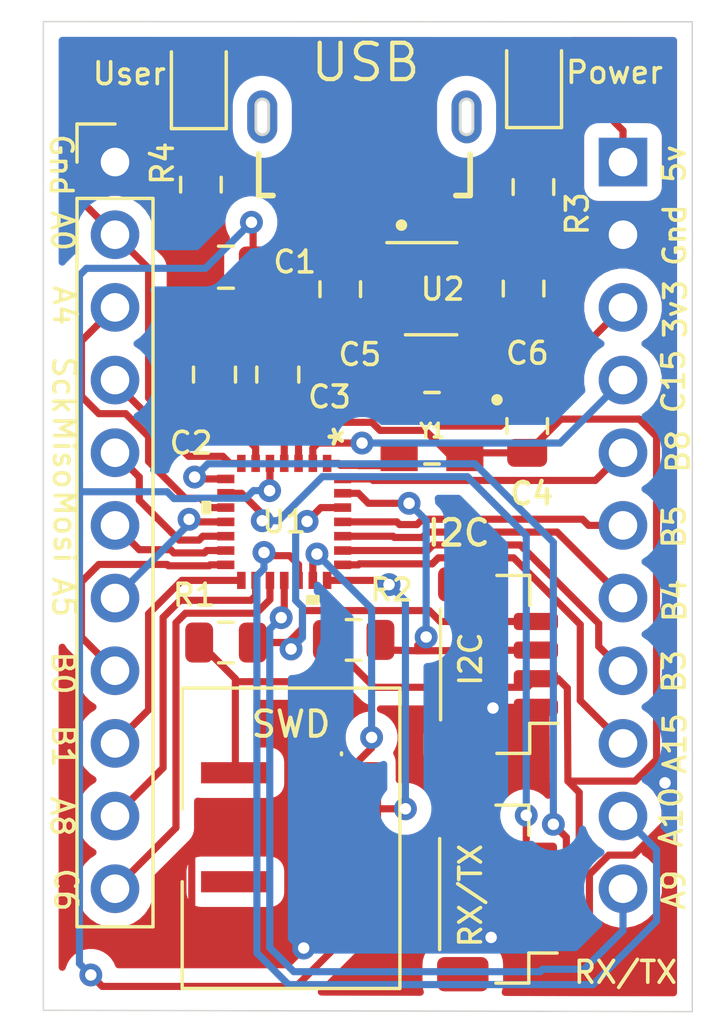
<source format=kicad_pcb>
(kicad_pcb (version 20171130) (host pcbnew "(5.1.5)-3")
  (layers (0 F.Cu signal) (31 B.Cu signal) (34 B.Paste user) (35 F.Paste user) (36 B.SilkS user) (37 F.SilkS user) (38 B.Mask user) (39 F.Mask user) (44 Edge.Cuts user))
  (net 0 "")
  (net 1 GND)
  (net 2 +5V)
  (net 3 +3V3)
  (net 4 SDA)
  (net 5 SCL)
  (net 6 TX)
  (net 7 RX)
  (net 8 /RESET)
  (net 9 SWDIO)
  (net 10 SWCLK)
  (net 11 "Net-(J4-Pad8)")
  (net 12 "Net-(J4-Pad7)")
  (net 13 "Net-(J4-Pad6)")
  (net 14 OscillatorIn)
  (net 15 "Net-(Y1-Pad1)")
  (net 16 "Net-(C5-Pad1)")
  (net 17 "Net-(C6-Pad2)")
  (net 18 "Net-(D1-Pad1)")
  (net 19 "Net-(D2-Pad1)")
  (net 20 PA0)
  (net 21 "Net-(J1-Pad2)")
  (net 22 "Net-(J1-Pad3)")
  (net 23 "Net-(J1-Pad4)")
  (net 24 "Net-(J1-Pad10)")
  (net 25 PA15)
  (net 26 PA9)
  (net 27 PA8)
  (net 28 PA5)
  (net 29 PA4)
  (net 30 MOSI)
  (net 31 MISO)
  (net 32 SCK)
  (net 33 PB0)
  (net 34 PB1)
  (net 35 PB3)
  (net 36 PB4)
  (net 37 PB5)
  (net 38 PB8)
  (net 39 PC6)
  (net 40 PC15)
  (net 41 PA10)
  (net 42 "Net-(U2-Pad4)")
  (module "Useful Modifications:GCT_USB3076-XX-X_REVC" (layer F.Cu) (at 211.92998 79.70012 180)
    (fp_text reference USB (at -0.0381 1.89992 180) (layer F.SilkS) (effects (font (size 1.27 1.27))))
    (fp_text value USB3076-XX-X_REVC)
    (fp_arc (start -3.575 -0.401) (end -3.575 -0.626) (angle -90) (layer Edge.Cuts) (width 0.1))
    (fp_arc (start -3.5745 -0.4015) (end -3.35 -0.402) (angle -90) (layer Edge.Cuts) (width 0.1))
    (fp_line (start -3.35 -0.402) (end -3.35 0.4) (layer Edge.Cuts) (width 0.1))
    (fp_line (start -3.8 0.4) (end -3.8 -0.401) (layer Edge.Cuts) (width 0.1))
    (fp_poly (pts (xy -3.8 0) (xy -3.8 -0.4) (xy -3.799692 -0.411776) (xy -3.798767 -0.423519) (xy -3.79723 -0.435198) (xy -3.795083 -0.44678) (xy -3.792333 -0.458234) (xy -3.788988 -0.469529) (xy -3.785056 -0.480633) (xy -3.780548 -0.491516) (xy -3.775476 -0.502148) (xy -3.769856 -0.5125) (xy -3.763701 -0.522544) (xy -3.757029 -0.532252) (xy -3.749858 -0.541597) (xy -3.742208 -0.550554) (xy -3.734099 -0.559099) (xy -3.725554 -0.567208) (xy -3.716597 -0.574858) (xy -3.707252 -0.582029) (xy -3.697544 -0.588701) (xy -3.6875 -0.594856) (xy -3.677148 -0.600476) (xy -3.666516 -0.605548) (xy -3.655633 -0.610056) (xy -3.644529 -0.613988) (xy -3.633234 -0.617333) (xy -3.62178 -0.620083) (xy -3.610198 -0.62223) (xy -3.598519 -0.623767) (xy -3.586776 -0.624692) (xy -3.575 -0.625) (xy -3.563224 -0.624692) (xy -3.551481 -0.623767) (xy -3.539802 -0.62223) (xy -3.52822 -0.620083) (xy -3.516766 -0.617333) (xy -3.505471 -0.613988) (xy -3.494367 -0.610056) (xy -3.483484 -0.605548) (xy -3.472852 -0.600476) (xy -3.4625 -0.594856) (xy -3.452456 -0.588701) (xy -3.442748 -0.582029) (xy -3.433403 -0.574858) (xy -3.424446 -0.567208) (xy -3.415901 -0.559099) (xy -3.407792 -0.550554) (xy -3.400142 -0.541597) (xy -3.392971 -0.532252) (xy -3.386299 -0.522544) (xy -3.380144 -0.5125) (xy -3.374524 -0.502148) (xy -3.369452 -0.491516) (xy -3.364944 -0.480633) (xy -3.361012 -0.469529) (xy -3.357667 -0.458234) (xy -3.354917 -0.44678) (xy -3.35277 -0.435198) (xy -3.351233 -0.423519) (xy -3.350308 -0.411776) (xy -3.35 -0.4) (xy -3.35 0) (xy -3.05 0) (xy -3.05 -0.35) (xy -3.049432 -0.375) (xy -3.050187 -0.403814) (xy -3.052448 -0.43255) (xy -3.056211 -0.461128) (xy -3.061463 -0.48947) (xy -3.068192 -0.517497) (xy -3.076379 -0.545135) (xy -3.086001 -0.572306) (xy -3.097031 -0.598936) (xy -3.10944 -0.624953) (xy -3.123194 -0.650284) (xy -3.138255 -0.674861) (xy -3.154581 -0.698616) (xy -3.172128 -0.721484) (xy -3.190848 -0.743402) (xy -3.21069 -0.76431) (xy -3.231598 -0.784152) (xy -3.253516 -0.802872) (xy -3.276384 -0.820419) (xy -3.300139 -0.836745) (xy -3.324716 -0.851806) (xy -3.350047 -0.86556) (xy -3.376064 -0.877969) (xy -3.402694 -0.888999) (xy -3.429865 -0.898621) (xy -3.457503 -0.906808) (xy -3.48553 -0.913537) (xy -3.513872 -0.918789) (xy -3.54245 -0.922552) (xy -3.575 -0.925) (xy -3.602476 -0.924281) (xy -3.629877 -0.922124) (xy -3.657128 -0.918536) (xy -3.684154 -0.913527) (xy -3.71088 -0.907111) (xy -3.737234 -0.899305) (xy -3.763143 -0.89013) (xy -3.788537 -0.879611) (xy -3.813345 -0.867778) (xy -3.8375 -0.854663) (xy -3.860935 -0.840302) (xy -3.883587 -0.824734) (xy -3.905393 -0.808002) (xy -3.926294 -0.790151) (xy -3.946231 -0.771231) (xy -3.965151 -0.751294) (xy -3.983002 -0.730393) (xy -3.999734 -0.708587) (xy -4.015302 -0.685935) (xy -4.029663 -0.6625) (xy -4.042778 -0.638345) (xy -4.054611 -0.613537) (xy -4.06513 -0.588143) (xy -4.074305 -0.562234) (xy -4.082111 -0.53588) (xy -4.088527 -0.509154) (xy -4.093536 -0.482128) (xy -4.097124 -0.454877) (xy -4.099281 -0.427476) (xy -4.1 -0.4) (xy -4.1 0) (xy -3.8 0)) (layer F.Cu) (width 0.001))
    (fp_poly (pts (xy -3.35 0) (xy -3.35 0.4) (xy -3.350308 0.411776) (xy -3.351233 0.423519) (xy -3.35277 0.435198) (xy -3.354917 0.44678) (xy -3.357667 0.458234) (xy -3.361012 0.469529) (xy -3.364944 0.480633) (xy -3.369452 0.491516) (xy -3.374524 0.502148) (xy -3.380144 0.5125) (xy -3.386299 0.522544) (xy -3.392971 0.532252) (xy -3.400142 0.541597) (xy -3.407792 0.550554) (xy -3.415901 0.559099) (xy -3.424446 0.567208) (xy -3.433403 0.574858) (xy -3.442748 0.582029) (xy -3.452456 0.588701) (xy -3.4625 0.594856) (xy -3.472852 0.600476) (xy -3.483484 0.605548) (xy -3.494367 0.610056) (xy -3.505471 0.613988) (xy -3.516766 0.617333) (xy -3.52822 0.620083) (xy -3.539802 0.62223) (xy -3.551481 0.623767) (xy -3.563224 0.624692) (xy -3.575 0.625) (xy -3.586776 0.624692) (xy -3.598519 0.623767) (xy -3.610198 0.62223) (xy -3.62178 0.620083) (xy -3.633234 0.617333) (xy -3.644529 0.613988) (xy -3.655633 0.610056) (xy -3.666516 0.605548) (xy -3.677148 0.600476) (xy -3.6875 0.594856) (xy -3.697544 0.588701) (xy -3.707252 0.582029) (xy -3.716597 0.574858) (xy -3.725554 0.567208) (xy -3.734099 0.559099) (xy -3.742208 0.550554) (xy -3.749858 0.541597) (xy -3.757029 0.532252) (xy -3.763701 0.522544) (xy -3.769856 0.5125) (xy -3.775476 0.502148) (xy -3.780548 0.491516) (xy -3.785056 0.480633) (xy -3.788988 0.469529) (xy -3.792333 0.458234) (xy -3.795083 0.44678) (xy -3.79723 0.435198) (xy -3.798767 0.423519) (xy -3.799692 0.411776) (xy -3.8 0.4) (xy -3.8 0) (xy -4.1 0) (xy -4.1 0.35) (xy -4.100568 0.375) (xy -4.099813 0.403814) (xy -4.097552 0.43255) (xy -4.093789 0.461128) (xy -4.088537 0.48947) (xy -4.081808 0.517497) (xy -4.073621 0.545135) (xy -4.063999 0.572306) (xy -4.052969 0.598936) (xy -4.04056 0.624953) (xy -4.026806 0.650284) (xy -4.011745 0.674861) (xy -3.995419 0.698616) (xy -3.977872 0.721484) (xy -3.959152 0.743402) (xy -3.93931 0.76431) (xy -3.918402 0.784152) (xy -3.896484 0.802872) (xy -3.873616 0.820419) (xy -3.849861 0.836745) (xy -3.825284 0.851806) (xy -3.799953 0.86556) (xy -3.773936 0.877969) (xy -3.747306 0.888999) (xy -3.720135 0.898621) (xy -3.692497 0.906808) (xy -3.66447 0.913537) (xy -3.636128 0.918789) (xy -3.60755 0.922552) (xy -3.575 0.925) (xy -3.547524 0.924281) (xy -3.520123 0.922124) (xy -3.492872 0.918536) (xy -3.465846 0.913527) (xy -3.43912 0.907111) (xy -3.412766 0.899305) (xy -3.386857 0.89013) (xy -3.361463 0.879611) (xy -3.336655 0.867778) (xy -3.3125 0.854663) (xy -3.289065 0.840302) (xy -3.266413 0.824734) (xy -3.244607 0.808002) (xy -3.223706 0.790151) (xy -3.203769 0.771231) (xy -3.184849 0.751294) (xy -3.166998 0.730393) (xy -3.150266 0.708587) (xy -3.134698 0.685935) (xy -3.120337 0.6625) (xy -3.107222 0.638345) (xy -3.095389 0.613537) (xy -3.08487 0.588143) (xy -3.075695 0.562234) (xy -3.067889 0.53588) (xy -3.061473 0.509154) (xy -3.056464 0.482128) (xy -3.052876 0.454877) (xy -3.050719 0.427476) (xy -3.05 0.4) (xy -3.05 0) (xy -3.35 0)) (layer F.Cu) (width 0.001))
    (fp_arc (start -3.575 0.4) (end -3.575 0.625) (angle 90) (layer Edge.Cuts) (width 0.1))
    (fp_arc (start -3.575 0.4) (end -3.35 0.4) (angle 90) (layer Edge.Cuts) (width 0.1))
    (fp_poly (pts (xy -3.8 0) (xy -3.8 -0.4) (xy -3.799692 -0.411776) (xy -3.798767 -0.423519) (xy -3.79723 -0.435198) (xy -3.795083 -0.44678) (xy -3.792333 -0.458234) (xy -3.788988 -0.469529) (xy -3.785056 -0.480633) (xy -3.780548 -0.491516) (xy -3.775476 -0.502148) (xy -3.769856 -0.5125) (xy -3.763701 -0.522544) (xy -3.757029 -0.532252) (xy -3.749858 -0.541597) (xy -3.742208 -0.550554) (xy -3.734099 -0.559099) (xy -3.725554 -0.567208) (xy -3.716597 -0.574858) (xy -3.707252 -0.582029) (xy -3.697544 -0.588701) (xy -3.6875 -0.594856) (xy -3.677148 -0.600476) (xy -3.666516 -0.605548) (xy -3.655633 -0.610056) (xy -3.644529 -0.613988) (xy -3.633234 -0.617333) (xy -3.62178 -0.620083) (xy -3.610198 -0.62223) (xy -3.598519 -0.623767) (xy -3.586776 -0.624692) (xy -3.575 -0.625) (xy -3.563224 -0.624692) (xy -3.551481 -0.623767) (xy -3.539802 -0.62223) (xy -3.52822 -0.620083) (xy -3.516766 -0.617333) (xy -3.505471 -0.613988) (xy -3.494367 -0.610056) (xy -3.483484 -0.605548) (xy -3.472852 -0.600476) (xy -3.4625 -0.594856) (xy -3.452456 -0.588701) (xy -3.442748 -0.582029) (xy -3.433403 -0.574858) (xy -3.424446 -0.567208) (xy -3.415901 -0.559099) (xy -3.407792 -0.550554) (xy -3.400142 -0.541597) (xy -3.392971 -0.532252) (xy -3.386299 -0.522544) (xy -3.380144 -0.5125) (xy -3.374524 -0.502148) (xy -3.369452 -0.491516) (xy -3.364944 -0.480633) (xy -3.361012 -0.469529) (xy -3.357667 -0.458234) (xy -3.354917 -0.44678) (xy -3.35277 -0.435198) (xy -3.351233 -0.423519) (xy -3.350308 -0.411776) (xy -3.35 -0.4) (xy -3.35 0) (xy -3.05 0) (xy -3.05 -0.35) (xy -3.049432 -0.375) (xy -3.050187 -0.403814) (xy -3.052448 -0.43255) (xy -3.056211 -0.461128) (xy -3.061463 -0.48947) (xy -3.068192 -0.517497) (xy -3.076379 -0.545135) (xy -3.086001 -0.572306) (xy -3.097031 -0.598936) (xy -3.10944 -0.624953) (xy -3.123194 -0.650284) (xy -3.138255 -0.674861) (xy -3.154581 -0.698616) (xy -3.172128 -0.721484) (xy -3.190848 -0.743402) (xy -3.21069 -0.76431) (xy -3.231598 -0.784152) (xy -3.253516 -0.802872) (xy -3.276384 -0.820419) (xy -3.300139 -0.836745) (xy -3.324716 -0.851806) (xy -3.350047 -0.86556) (xy -3.376064 -0.877969) (xy -3.402694 -0.888999) (xy -3.429865 -0.898621) (xy -3.457503 -0.906808) (xy -3.48553 -0.913537) (xy -3.513872 -0.918789) (xy -3.54245 -0.922552) (xy -3.575 -0.925) (xy -3.602476 -0.924281) (xy -3.629877 -0.922124) (xy -3.657128 -0.918536) (xy -3.684154 -0.913527) (xy -3.71088 -0.907111) (xy -3.737234 -0.899305) (xy -3.763143 -0.89013) (xy -3.788537 -0.879611) (xy -3.813345 -0.867778) (xy -3.8375 -0.854663) (xy -3.860935 -0.840302) (xy -3.883587 -0.824734) (xy -3.905393 -0.808002) (xy -3.926294 -0.790151) (xy -3.946231 -0.771231) (xy -3.965151 -0.751294) (xy -3.983002 -0.730393) (xy -3.999734 -0.708587) (xy -4.015302 -0.685935) (xy -4.029663 -0.6625) (xy -4.042778 -0.638345) (xy -4.054611 -0.613537) (xy -4.06513 -0.588143) (xy -4.074305 -0.562234) (xy -4.082111 -0.53588) (xy -4.088527 -0.509154) (xy -4.093536 -0.482128) (xy -4.097124 -0.454877) (xy -4.099281 -0.427476) (xy -4.1 -0.4) (xy -4.1 0) (xy -3.8 0)) (layer B.Cu) (width 0.001))
    (fp_poly (pts (xy -3.35 0) (xy -3.35 0.4) (xy -3.350308 0.411776) (xy -3.351233 0.423519) (xy -3.35277 0.435198) (xy -3.354917 0.44678) (xy -3.357667 0.458234) (xy -3.361012 0.469529) (xy -3.364944 0.480633) (xy -3.369452 0.491516) (xy -3.374524 0.502148) (xy -3.380144 0.5125) (xy -3.386299 0.522544) (xy -3.392971 0.532252) (xy -3.400142 0.541597) (xy -3.407792 0.550554) (xy -3.415901 0.559099) (xy -3.424446 0.567208) (xy -3.433403 0.574858) (xy -3.442748 0.582029) (xy -3.452456 0.588701) (xy -3.4625 0.594856) (xy -3.472852 0.600476) (xy -3.483484 0.605548) (xy -3.494367 0.610056) (xy -3.505471 0.613988) (xy -3.516766 0.617333) (xy -3.52822 0.620083) (xy -3.539802 0.62223) (xy -3.551481 0.623767) (xy -3.563224 0.624692) (xy -3.575 0.625) (xy -3.586776 0.624692) (xy -3.598519 0.623767) (xy -3.610198 0.62223) (xy -3.62178 0.620083) (xy -3.633234 0.617333) (xy -3.644529 0.613988) (xy -3.655633 0.610056) (xy -3.666516 0.605548) (xy -3.677148 0.600476) (xy -3.6875 0.594856) (xy -3.697544 0.588701) (xy -3.707252 0.582029) (xy -3.716597 0.574858) (xy -3.725554 0.567208) (xy -3.734099 0.559099) (xy -3.742208 0.550554) (xy -3.749858 0.541597) (xy -3.757029 0.532252) (xy -3.763701 0.522544) (xy -3.769856 0.5125) (xy -3.775476 0.502148) (xy -3.780548 0.491516) (xy -3.785056 0.480633) (xy -3.788988 0.469529) (xy -3.792333 0.458234) (xy -3.795083 0.44678) (xy -3.79723 0.435198) (xy -3.798767 0.423519) (xy -3.799692 0.411776) (xy -3.8 0.4) (xy -3.8 0) (xy -4.1 0) (xy -4.1 0.35) (xy -4.100568 0.375) (xy -4.099813 0.403814) (xy -4.097552 0.43255) (xy -4.093789 0.461128) (xy -4.088537 0.48947) (xy -4.081808 0.517497) (xy -4.073621 0.545135) (xy -4.063999 0.572306) (xy -4.052969 0.598936) (xy -4.04056 0.624953) (xy -4.026806 0.650284) (xy -4.011745 0.674861) (xy -3.995419 0.698616) (xy -3.977872 0.721484) (xy -3.959152 0.743402) (xy -3.93931 0.76431) (xy -3.918402 0.784152) (xy -3.896484 0.802872) (xy -3.873616 0.820419) (xy -3.849861 0.836745) (xy -3.825284 0.851806) (xy -3.799953 0.86556) (xy -3.773936 0.877969) (xy -3.747306 0.888999) (xy -3.720135 0.898621) (xy -3.692497 0.906808) (xy -3.66447 0.913537) (xy -3.636128 0.918789) (xy -3.60755 0.922552) (xy -3.575 0.925) (xy -3.547524 0.924281) (xy -3.520123 0.922124) (xy -3.492872 0.918536) (xy -3.465846 0.913527) (xy -3.43912 0.907111) (xy -3.412766 0.899305) (xy -3.386857 0.89013) (xy -3.361463 0.879611) (xy -3.336655 0.867778) (xy -3.3125 0.854663) (xy -3.289065 0.840302) (xy -3.266413 0.824734) (xy -3.244607 0.808002) (xy -3.223706 0.790151) (xy -3.203769 0.771231) (xy -3.184849 0.751294) (xy -3.166998 0.730393) (xy -3.150266 0.708587) (xy -3.134698 0.685935) (xy -3.120337 0.6625) (xy -3.107222 0.638345) (xy -3.095389 0.613537) (xy -3.08487 0.588143) (xy -3.075695 0.562234) (xy -3.067889 0.53588) (xy -3.061473 0.509154) (xy -3.056464 0.482128) (xy -3.052876 0.454877) (xy -3.050719 0.427476) (xy -3.05 0.4) (xy -3.05 0) (xy -3.35 0)) (layer B.Cu) (width 0.001))
    (fp_arc (start 3.575 -0.401) (end 3.575 -0.626) (angle -90) (layer Edge.Cuts) (width 0.1))
    (fp_arc (start 3.5755 -0.4015) (end 3.8 -0.402) (angle -90) (layer Edge.Cuts) (width 0.1))
    (fp_line (start 3.8 -0.402) (end 3.8 0.4) (layer Edge.Cuts) (width 0.1))
    (fp_line (start 3.35 0.4) (end 3.35 -0.401) (layer Edge.Cuts) (width 0.1))
    (fp_poly (pts (xy 3.35 0) (xy 3.35 -0.4) (xy 3.350308 -0.411776) (xy 3.351233 -0.423519) (xy 3.35277 -0.435198) (xy 3.354917 -0.44678) (xy 3.357667 -0.458234) (xy 3.361012 -0.469529) (xy 3.364944 -0.480633) (xy 3.369452 -0.491516) (xy 3.374524 -0.502148) (xy 3.380144 -0.5125) (xy 3.386299 -0.522544) (xy 3.392971 -0.532252) (xy 3.400142 -0.541597) (xy 3.407792 -0.550554) (xy 3.415901 -0.559099) (xy 3.424446 -0.567208) (xy 3.433403 -0.574858) (xy 3.442748 -0.582029) (xy 3.452456 -0.588701) (xy 3.4625 -0.594856) (xy 3.472852 -0.600476) (xy 3.483484 -0.605548) (xy 3.494367 -0.610056) (xy 3.505471 -0.613988) (xy 3.516766 -0.617333) (xy 3.52822 -0.620083) (xy 3.539802 -0.62223) (xy 3.551481 -0.623767) (xy 3.563224 -0.624692) (xy 3.575 -0.625) (xy 3.586776 -0.624692) (xy 3.598519 -0.623767) (xy 3.610198 -0.62223) (xy 3.62178 -0.620083) (xy 3.633234 -0.617333) (xy 3.644529 -0.613988) (xy 3.655633 -0.610056) (xy 3.666516 -0.605548) (xy 3.677148 -0.600476) (xy 3.6875 -0.594856) (xy 3.697544 -0.588701) (xy 3.707252 -0.582029) (xy 3.716597 -0.574858) (xy 3.725554 -0.567208) (xy 3.734099 -0.559099) (xy 3.742208 -0.550554) (xy 3.749858 -0.541597) (xy 3.757029 -0.532252) (xy 3.763701 -0.522544) (xy 3.769856 -0.5125) (xy 3.775476 -0.502148) (xy 3.780548 -0.491516) (xy 3.785056 -0.480633) (xy 3.788988 -0.469529) (xy 3.792333 -0.458234) (xy 3.795083 -0.44678) (xy 3.79723 -0.435198) (xy 3.798767 -0.423519) (xy 3.799692 -0.411776) (xy 3.8 -0.4) (xy 3.8 0) (xy 4.1 0) (xy 4.1 -0.35) (xy 4.100568 -0.375) (xy 4.099813 -0.403814) (xy 4.097552 -0.43255) (xy 4.093789 -0.461128) (xy 4.088537 -0.48947) (xy 4.081808 -0.517497) (xy 4.073621 -0.545135) (xy 4.063999 -0.572306) (xy 4.052969 -0.598936) (xy 4.04056 -0.624953) (xy 4.026806 -0.650284) (xy 4.011745 -0.674861) (xy 3.995419 -0.698616) (xy 3.977872 -0.721484) (xy 3.959152 -0.743402) (xy 3.93931 -0.76431) (xy 3.918402 -0.784152) (xy 3.896484 -0.802872) (xy 3.873616 -0.820419) (xy 3.849861 -0.836745) (xy 3.825284 -0.851806) (xy 3.799953 -0.86556) (xy 3.773936 -0.877969) (xy 3.747306 -0.888999) (xy 3.720135 -0.898621) (xy 3.692497 -0.906808) (xy 3.66447 -0.913537) (xy 3.636128 -0.918789) (xy 3.60755 -0.922552) (xy 3.575 -0.925) (xy 3.547524 -0.924281) (xy 3.520123 -0.922124) (xy 3.492872 -0.918536) (xy 3.465846 -0.913527) (xy 3.43912 -0.907111) (xy 3.412766 -0.899305) (xy 3.386857 -0.89013) (xy 3.361463 -0.879611) (xy 3.336655 -0.867778) (xy 3.3125 -0.854663) (xy 3.289065 -0.840302) (xy 3.266413 -0.824734) (xy 3.244607 -0.808002) (xy 3.223706 -0.790151) (xy 3.203769 -0.771231) (xy 3.184849 -0.751294) (xy 3.166998 -0.730393) (xy 3.150266 -0.708587) (xy 3.134698 -0.685935) (xy 3.120337 -0.6625) (xy 3.107222 -0.638345) (xy 3.095389 -0.613537) (xy 3.08487 -0.588143) (xy 3.075695 -0.562234) (xy 3.067889 -0.53588) (xy 3.061473 -0.509154) (xy 3.056464 -0.482128) (xy 3.052876 -0.454877) (xy 3.050719 -0.427476) (xy 3.05 -0.4) (xy 3.05 0) (xy 3.35 0)) (layer F.Cu) (width 0.001))
    (fp_poly (pts (xy 3.8 0) (xy 3.8 0.4) (xy 3.799692 0.411776) (xy 3.798767 0.423519) (xy 3.79723 0.435198) (xy 3.795083 0.44678) (xy 3.792333 0.458234) (xy 3.788988 0.469529) (xy 3.785056 0.480633) (xy 3.780548 0.491516) (xy 3.775476 0.502148) (xy 3.769856 0.5125) (xy 3.763701 0.522544) (xy 3.757029 0.532252) (xy 3.749858 0.541597) (xy 3.742208 0.550554) (xy 3.734099 0.559099) (xy 3.725554 0.567208) (xy 3.716597 0.574858) (xy 3.707252 0.582029) (xy 3.697544 0.588701) (xy 3.6875 0.594856) (xy 3.677148 0.600476) (xy 3.666516 0.605548) (xy 3.655633 0.610056) (xy 3.644529 0.613988) (xy 3.633234 0.617333) (xy 3.62178 0.620083) (xy 3.610198 0.62223) (xy 3.598519 0.623767) (xy 3.586776 0.624692) (xy 3.575 0.625) (xy 3.563224 0.624692) (xy 3.551481 0.623767) (xy 3.539802 0.62223) (xy 3.52822 0.620083) (xy 3.516766 0.617333) (xy 3.505471 0.613988) (xy 3.494367 0.610056) (xy 3.483484 0.605548) (xy 3.472852 0.600476) (xy 3.4625 0.594856) (xy 3.452456 0.588701) (xy 3.442748 0.582029) (xy 3.433403 0.574858) (xy 3.424446 0.567208) (xy 3.415901 0.559099) (xy 3.407792 0.550554) (xy 3.400142 0.541597) (xy 3.392971 0.532252) (xy 3.386299 0.522544) (xy 3.380144 0.5125) (xy 3.374524 0.502148) (xy 3.369452 0.491516) (xy 3.364944 0.480633) (xy 3.361012 0.469529) (xy 3.357667 0.458234) (xy 3.354917 0.44678) (xy 3.35277 0.435198) (xy 3.351233 0.423519) (xy 3.350308 0.411776) (xy 3.35 0.4) (xy 3.35 0) (xy 3.05 0) (xy 3.05 0.35) (xy 3.049432 0.375) (xy 3.050187 0.403814) (xy 3.052448 0.43255) (xy 3.056211 0.461128) (xy 3.061463 0.48947) (xy 3.068192 0.517497) (xy 3.076379 0.545135) (xy 3.086001 0.572306) (xy 3.097031 0.598936) (xy 3.10944 0.624953) (xy 3.123194 0.650284) (xy 3.138255 0.674861) (xy 3.154581 0.698616) (xy 3.172128 0.721484) (xy 3.190848 0.743402) (xy 3.21069 0.76431) (xy 3.231598 0.784152) (xy 3.253516 0.802872) (xy 3.276384 0.820419) (xy 3.300139 0.836745) (xy 3.324716 0.851806) (xy 3.350047 0.86556) (xy 3.376064 0.877969) (xy 3.402694 0.888999) (xy 3.429865 0.898621) (xy 3.457503 0.906808) (xy 3.48553 0.913537) (xy 3.513872 0.918789) (xy 3.54245 0.922552) (xy 3.575 0.925) (xy 3.602476 0.924281) (xy 3.629877 0.922124) (xy 3.657128 0.918536) (xy 3.684154 0.913527) (xy 3.71088 0.907111) (xy 3.737234 0.899305) (xy 3.763143 0.89013) (xy 3.788537 0.879611) (xy 3.813345 0.867778) (xy 3.8375 0.854663) (xy 3.860935 0.840302) (xy 3.883587 0.824734) (xy 3.905393 0.808002) (xy 3.926294 0.790151) (xy 3.946231 0.771231) (xy 3.965151 0.751294) (xy 3.983002 0.730393) (xy 3.999734 0.708587) (xy 4.015302 0.685935) (xy 4.029663 0.6625) (xy 4.042778 0.638345) (xy 4.054611 0.613537) (xy 4.06513 0.588143) (xy 4.074305 0.562234) (xy 4.082111 0.53588) (xy 4.088527 0.509154) (xy 4.093536 0.482128) (xy 4.097124 0.454877) (xy 4.099281 0.427476) (xy 4.1 0.4) (xy 4.1 0) (xy 3.8 0)) (layer F.Cu) (width 0.001))
    (fp_arc (start 3.575 0.4) (end 3.575 0.625) (angle 90) (layer Edge.Cuts) (width 0.1))
    (fp_arc (start 3.575 0.4) (end 3.8 0.4) (angle 90) (layer Edge.Cuts) (width 0.1))
    (fp_poly (pts (xy 3.35 0) (xy 3.35 -0.4) (xy 3.350308 -0.411776) (xy 3.351233 -0.423519) (xy 3.35277 -0.435198) (xy 3.354917 -0.44678) (xy 3.357667 -0.458234) (xy 3.361012 -0.469529) (xy 3.364944 -0.480633) (xy 3.369452 -0.491516) (xy 3.374524 -0.502148) (xy 3.380144 -0.5125) (xy 3.386299 -0.522544) (xy 3.392971 -0.532252) (xy 3.400142 -0.541597) (xy 3.407792 -0.550554) (xy 3.415901 -0.559099) (xy 3.424446 -0.567208) (xy 3.433403 -0.574858) (xy 3.442748 -0.582029) (xy 3.452456 -0.588701) (xy 3.4625 -0.594856) (xy 3.472852 -0.600476) (xy 3.483484 -0.605548) (xy 3.494367 -0.610056) (xy 3.505471 -0.613988) (xy 3.516766 -0.617333) (xy 3.52822 -0.620083) (xy 3.539802 -0.62223) (xy 3.551481 -0.623767) (xy 3.563224 -0.624692) (xy 3.575 -0.625) (xy 3.586776 -0.624692) (xy 3.598519 -0.623767) (xy 3.610198 -0.62223) (xy 3.62178 -0.620083) (xy 3.633234 -0.617333) (xy 3.644529 -0.613988) (xy 3.655633 -0.610056) (xy 3.666516 -0.605548) (xy 3.677148 -0.600476) (xy 3.6875 -0.594856) (xy 3.697544 -0.588701) (xy 3.707252 -0.582029) (xy 3.716597 -0.574858) (xy 3.725554 -0.567208) (xy 3.734099 -0.559099) (xy 3.742208 -0.550554) (xy 3.749858 -0.541597) (xy 3.757029 -0.532252) (xy 3.763701 -0.522544) (xy 3.769856 -0.5125) (xy 3.775476 -0.502148) (xy 3.780548 -0.491516) (xy 3.785056 -0.480633) (xy 3.788988 -0.469529) (xy 3.792333 -0.458234) (xy 3.795083 -0.44678) (xy 3.79723 -0.435198) (xy 3.798767 -0.423519) (xy 3.799692 -0.411776) (xy 3.8 -0.4) (xy 3.8 0) (xy 4.1 0) (xy 4.1 -0.35) (xy 4.100568 -0.375) (xy 4.099813 -0.403814) (xy 4.097552 -0.43255) (xy 4.093789 -0.461128) (xy 4.088537 -0.48947) (xy 4.081808 -0.517497) (xy 4.073621 -0.545135) (xy 4.063999 -0.572306) (xy 4.052969 -0.598936) (xy 4.04056 -0.624953) (xy 4.026806 -0.650284) (xy 4.011745 -0.674861) (xy 3.995419 -0.698616) (xy 3.977872 -0.721484) (xy 3.959152 -0.743402) (xy 3.93931 -0.76431) (xy 3.918402 -0.784152) (xy 3.896484 -0.802872) (xy 3.873616 -0.820419) (xy 3.849861 -0.836745) (xy 3.825284 -0.851806) (xy 3.799953 -0.86556) (xy 3.773936 -0.877969) (xy 3.747306 -0.888999) (xy 3.720135 -0.898621) (xy 3.692497 -0.906808) (xy 3.66447 -0.913537) (xy 3.636128 -0.918789) (xy 3.60755 -0.922552) (xy 3.575 -0.925) (xy 3.547524 -0.924281) (xy 3.520123 -0.922124) (xy 3.492872 -0.918536) (xy 3.465846 -0.913527) (xy 3.43912 -0.907111) (xy 3.412766 -0.899305) (xy 3.386857 -0.89013) (xy 3.361463 -0.879611) (xy 3.336655 -0.867778) (xy 3.3125 -0.854663) (xy 3.289065 -0.840302) (xy 3.266413 -0.824734) (xy 3.244607 -0.808002) (xy 3.223706 -0.790151) (xy 3.203769 -0.771231) (xy 3.184849 -0.751294) (xy 3.166998 -0.730393) (xy 3.150266 -0.708587) (xy 3.134698 -0.685935) (xy 3.120337 -0.6625) (xy 3.107222 -0.638345) (xy 3.095389 -0.613537) (xy 3.08487 -0.588143) (xy 3.075695 -0.562234) (xy 3.067889 -0.53588) (xy 3.061473 -0.509154) (xy 3.056464 -0.482128) (xy 3.052876 -0.454877) (xy 3.050719 -0.427476) (xy 3.05 -0.4) (xy 3.05 0) (xy 3.35 0)) (layer B.Cu) (width 0.001))
    (fp_poly (pts (xy 3.8 0) (xy 3.8 0.4) (xy 3.799692 0.411776) (xy 3.798767 0.423519) (xy 3.79723 0.435198) (xy 3.795083 0.44678) (xy 3.792333 0.458234) (xy 3.788988 0.469529) (xy 3.785056 0.480633) (xy 3.780548 0.491516) (xy 3.775476 0.502148) (xy 3.769856 0.5125) (xy 3.763701 0.522544) (xy 3.757029 0.532252) (xy 3.749858 0.541597) (xy 3.742208 0.550554) (xy 3.734099 0.559099) (xy 3.725554 0.567208) (xy 3.716597 0.574858) (xy 3.707252 0.582029) (xy 3.697544 0.588701) (xy 3.6875 0.594856) (xy 3.677148 0.600476) (xy 3.666516 0.605548) (xy 3.655633 0.610056) (xy 3.644529 0.613988) (xy 3.633234 0.617333) (xy 3.62178 0.620083) (xy 3.610198 0.62223) (xy 3.598519 0.623767) (xy 3.586776 0.624692) (xy 3.575 0.625) (xy 3.563224 0.624692) (xy 3.551481 0.623767) (xy 3.539802 0.62223) (xy 3.52822 0.620083) (xy 3.516766 0.617333) (xy 3.505471 0.613988) (xy 3.494367 0.610056) (xy 3.483484 0.605548) (xy 3.472852 0.600476) (xy 3.4625 0.594856) (xy 3.452456 0.588701) (xy 3.442748 0.582029) (xy 3.433403 0.574858) (xy 3.424446 0.567208) (xy 3.415901 0.559099) (xy 3.407792 0.550554) (xy 3.400142 0.541597) (xy 3.392971 0.532252) (xy 3.386299 0.522544) (xy 3.380144 0.5125) (xy 3.374524 0.502148) (xy 3.369452 0.491516) (xy 3.364944 0.480633) (xy 3.361012 0.469529) (xy 3.357667 0.458234) (xy 3.354917 0.44678) (xy 3.35277 0.435198) (xy 3.351233 0.423519) (xy 3.350308 0.411776) (xy 3.35 0.4) (xy 3.35 0) (xy 3.05 0) (xy 3.05 0.35) (xy 3.049432 0.375) (xy 3.050187 0.403814) (xy 3.052448 0.43255) (xy 3.056211 0.461128) (xy 3.061463 0.48947) (xy 3.068192 0.517497) (xy 3.076379 0.545135) (xy 3.086001 0.572306) (xy 3.097031 0.598936) (xy 3.10944 0.624953) (xy 3.123194 0.650284) (xy 3.138255 0.674861) (xy 3.154581 0.698616) (xy 3.172128 0.721484) (xy 3.190848 0.743402) (xy 3.21069 0.76431) (xy 3.231598 0.784152) (xy 3.253516 0.802872) (xy 3.276384 0.820419) (xy 3.300139 0.836745) (xy 3.324716 0.851806) (xy 3.350047 0.86556) (xy 3.376064 0.877969) (xy 3.402694 0.888999) (xy 3.429865 0.898621) (xy 3.457503 0.906808) (xy 3.48553 0.913537) (xy 3.513872 0.918789) (xy 3.54245 0.922552) (xy 3.575 0.925) (xy 3.602476 0.924281) (xy 3.629877 0.922124) (xy 3.657128 0.918536) (xy 3.684154 0.913527) (xy 3.71088 0.907111) (xy 3.737234 0.899305) (xy 3.763143 0.89013) (xy 3.788537 0.879611) (xy 3.813345 0.867778) (xy 3.8375 0.854663) (xy 3.860935 0.840302) (xy 3.883587 0.824734) (xy 3.905393 0.808002) (xy 3.926294 0.790151) (xy 3.946231 0.771231) (xy 3.965151 0.751294) (xy 3.983002 0.730393) (xy 3.999734 0.708587) (xy 4.015302 0.685935) (xy 4.029663 0.6625) (xy 4.042778 0.638345) (xy 4.054611 0.613537) (xy 4.06513 0.588143) (xy 4.074305 0.562234) (xy 4.082111 0.53588) (xy 4.088527 0.509154) (xy 4.093536 0.482128) (xy 4.097124 0.454877) (xy 4.099281 0.427476) (xy 4.1 0.4) (xy 4.1 0) (xy 3.8 0)) (layer B.Cu) (width 0.001))
    (pad 1 smd rect (at -1.3 -2.65 180) (size 0.4 1.4) (layers F.Cu F.Paste F.Mask) (net 2 +5V))
    (pad 2 smd rect (at -0.65 -2.65 180) (size 0.4 1.4) (layers F.Cu F.Paste F.Mask) (net 21 "Net-(J1-Pad2)"))
    (pad 3 smd rect (at 0 -2.65 180) (size 0.4 1.4) (layers F.Cu F.Paste F.Mask) (net 22 "Net-(J1-Pad3)"))
    (pad 4 smd rect (at 0.66 -2.65 180) (size 0.4 1.4) (layers F.Cu F.Paste F.Mask) (net 23 "Net-(J1-Pad4)"))
    (pad 5 smd rect (at 1.3 -2.65 180) (size 0.4 1.4) (layers F.Cu F.Paste F.Mask) (net 1 GND))
    (pad 8 smd rect (at -2.32 -2.23 180) (size 1.15 1.45) (layers F.Cu F.Paste F.Mask) (net 24 "Net-(J1-Pad10)"))
    (pad 9 smd rect (at 2.32 -2.23 180) (size 1.15 1.45) (layers F.Cu F.Paste F.Mask) (net 24 "Net-(J1-Pad10)"))
    (pad 10 smd rect (at -1.125 0 180) (size 1.75 1.9) (layers F.Cu F.Paste F.Mask) (net 24 "Net-(J1-Pad10)"))
    (pad 11 smd rect (at 1.125 0 180) (size 1.75 1.9) (layers F.Cu F.Paste F.Mask) (net 24 "Net-(J1-Pad10)"))
    (pad 6 smd rect (at -3.549 -0.73 180) (size 0.1 0.1) (layers F.Cu) (net 24 "Net-(J1-Pad10)"))
    (pad 7 smd rect (at 3.601 -0.73 180) (size 0.1 0.1) (layers F.Cu) (net 24 "Net-(J1-Pad10)"))
  )
  (module Connector_PinHeader_2.54mm:PinHeader_1x11_P2.54mm_Vertical (layer F.Cu) (at 203.2 81.28)
    (fp_text reference J5)
    (fp_text value Conn_01x11_Male)
    (pad 11 thru_hole oval (at 0 25.4) (size 1.7 1.7) (drill 1) (layers *.Cu *.Mask) (net 39 PC6))
    (pad 10 thru_hole oval (at 0 22.86) (size 1.7 1.7) (drill 1) (layers *.Cu *.Mask) (net 27 PA8))
    (pad 9 thru_hole oval (at 0 20.32) (size 1.7 1.7) (drill 1) (layers *.Cu *.Mask) (net 34 PB1))
    (pad 8 thru_hole oval (at 0 17.78) (size 1.7 1.7) (drill 1) (layers *.Cu *.Mask) (net 33 PB0))
    (pad 7 thru_hole oval (at 0 15.24) (size 1.7 1.7) (drill 1) (layers *.Cu *.Mask) (net 28 PA5))
    (pad 6 thru_hole oval (at 0 12.7) (size 1.7 1.7) (drill 1) (layers *.Cu *.Mask) (net 30 MOSI))
    (pad 5 thru_hole oval (at 0 10.16) (size 1.7 1.7) (drill 1) (layers *.Cu *.Mask) (net 31 MISO))
    (pad 4 thru_hole oval (at 0 7.62) (size 1.7 1.7) (drill 1) (layers *.Cu *.Mask) (net 32 SCK))
    (pad 3 thru_hole oval (at 0 5.08) (size 1.7 1.7) (drill 1) (layers *.Cu *.Mask) (net 29 PA4))
    (pad 2 thru_hole oval (at 0 2.54) (size 1.7 1.7) (drill 1) (layers *.Cu *.Mask) (net 20 PA0))
    (pad 1 thru_hole rect (at 0 0) (size 1.7 1.7) (drill 1) (layers *.Cu *.Mask) (net 1 GND))
  )
  (module Connector_PinHeader_2.54mm:PinHeader_1x11_P2.54mm_Vertical (layer F.Cu) (at 220.98 81.28)
    (fp_text reference J6)
    (fp_text value Conn_01x11_Male)
    (pad 1 thru_hole rect (at 0 0) (size 1.7 1.7) (drill 1) (layers *.Cu *.Mask) (net 2 +5V))
    (pad 2 thru_hole oval (at 0 2.54) (size 1.7 1.7) (drill 1) (layers *.Cu *.Mask) (net 1 GND))
    (pad 3 thru_hole oval (at 0 5.08) (size 1.7 1.7) (drill 1) (layers *.Cu *.Mask) (net 3 +3V3))
    (pad 4 thru_hole oval (at 0 7.62) (size 1.7 1.7) (drill 1) (layers *.Cu *.Mask) (net 40 PC15))
    (pad 5 thru_hole oval (at 0 10.16) (size 1.7 1.7) (drill 1) (layers *.Cu *.Mask) (net 38 PB8))
    (pad 6 thru_hole oval (at 0 12.7) (size 1.7 1.7) (drill 1) (layers *.Cu *.Mask) (net 37 PB5))
    (pad 7 thru_hole oval (at 0 15.24) (size 1.7 1.7) (drill 1) (layers *.Cu *.Mask) (net 36 PB4))
    (pad 8 thru_hole oval (at 0 17.78) (size 1.7 1.7) (drill 1) (layers *.Cu *.Mask) (net 35 PB3))
    (pad 9 thru_hole oval (at 0 20.32) (size 1.7 1.7) (drill 1) (layers *.Cu *.Mask) (net 25 PA15))
    (pad 10 thru_hole oval (at 0 22.86) (size 1.7 1.7) (drill 1) (layers *.Cu *.Mask) (net 41 PA10))
    (pad 11 thru_hole oval (at 0 25.4) (size 1.7 1.7) (drill 1) (layers *.Cu *.Mask) (net 26 PA9))
  )
  (module "Useful Modifications:STM32G031G8U6" (layer F.Cu) (at 209.12328 93.85808 270)
    (fp_text reference U1 (at 0 0 180) (layer F.SilkS) (effects (font (size 0.762 0.762) (thickness 0.127))))
    (fp_text value STM32G031F4Px)
    (fp_text user * (at -2.979674 -2.13233 90) (layer F.SilkS))
    (fp_text user * (at -2.979674 -2.13233 90) (layer F.SilkS))
    (pad 1 smd rect (at -2.0447 -1.50114) (size 0.299974 0.599948) (layers F.Cu F.Paste F.Mask) (net 14 OscillatorIn))
    (pad 2 smd rect (at -2.0447 -1.00076) (size 0.299974 0.599948) (layers F.Cu F.Paste F.Mask) (net 40 PC15))
    (pad 3 smd rect (at -2.0447 -0.50038) (size 0.299974 0.599948) (layers F.Cu F.Paste F.Mask) (net 3 +3V3))
    (pad 4 smd rect (at -2.0447 0) (size 0.299974 0.599948) (layers F.Cu F.Paste F.Mask) (net 1 GND))
    (pad 5 smd rect (at -2.0447 0.50038) (size 0.299974 0.599948) (layers F.Cu F.Paste F.Mask) (net 8 /RESET))
    (pad 6 smd rect (at -2.0447 1.00076) (size 0.299974 0.599948) (layers F.Cu F.Paste F.Mask) (net 20 PA0))
    (pad 7 smd rect (at -2.0447 1.50114) (size 0.299974 0.599948) (layers F.Cu F.Paste F.Mask) (net 32 SCK))
    (pad 8 smd rect (at -1.50114 2.0447 270) (size 0.299974 0.599948) (layers F.Cu F.Paste F.Mask) (net 6 TX))
    (pad 9 smd rect (at -1.00076 2.0447 270) (size 0.299974 0.599948) (layers F.Cu F.Paste F.Mask) (net 7 RX))
    (pad 10 smd rect (at -0.50038 2.0447 270) (size 0.299974 0.599948) (layers F.Cu F.Paste F.Mask) (net 29 PA4))
    (pad 11 smd rect (at 0 2.0447 270) (size 0.299974 0.599948) (layers F.Cu F.Paste F.Mask) (net 28 PA5))
    (pad 12 smd rect (at 0.50038 2.0447 270) (size 0.299974 0.599948) (layers F.Cu F.Paste F.Mask) (net 31 MISO))
    (pad 13 smd rect (at 1.00076 2.0447 270) (size 0.299974 0.599948) (layers F.Cu F.Paste F.Mask) (net 30 MOSI))
    (pad 14 smd rect (at 1.50114 2.0447 270) (size 0.299974 0.599948) (layers F.Cu F.Paste F.Mask) (net 33 PB0))
    (pad 15 smd rect (at 2.0447 1.50114) (size 0.299974 0.599948) (layers F.Cu F.Paste F.Mask) (net 34 PB1))
    (pad 16 smd rect (at 2.0447 1.00076) (size 0.299974 0.599948) (layers F.Cu F.Paste F.Mask) (net 27 PA8))
    (pad 17 smd rect (at 2.0447 0.50038) (size 0.299974 0.599948) (layers F.Cu F.Paste F.Mask) (net 39 PC6))
    (pad 18 smd rect (at 2.0447 0) (size 0.299974 0.599948) (layers F.Cu F.Paste F.Mask) (net 26 PA9))
    (pad 19 smd rect (at 2.0447 -0.50038) (size 0.299974 0.599948) (layers F.Cu F.Paste F.Mask) (net 41 PA10))
    (pad 20 smd rect (at 2.0447 -1.00076) (size 0.299974 0.599948) (layers F.Cu F.Paste F.Mask) (net 9 SWDIO))
    (pad 21 smd rect (at 2.0447 -1.50114) (size 0.299974 0.599948) (layers F.Cu F.Paste F.Mask) (net 10 SWCLK))
    (pad 22 smd rect (at 1.50114 -2.0447 270) (size 0.299974 0.599948) (layers F.Cu F.Paste F.Mask) (net 25 PA15))
    (pad 23 smd rect (at 1.00076 -2.0447 270) (size 0.299974 0.599948) (layers F.Cu F.Paste F.Mask) (net 35 PB3))
    (pad 24 smd rect (at 0.50038 -2.0447 270) (size 0.299974 0.599948) (layers F.Cu F.Paste F.Mask) (net 36 PB4))
    (pad 25 smd rect (at 0 -2.0447 270) (size 0.299974 0.599948) (layers F.Cu F.Paste F.Mask) (net 37 PB5))
    (pad 26 smd rect (at -0.50038 -2.0447 270) (size 0.299974 0.599948) (layers F.Cu F.Paste F.Mask) (net 5 SCL))
    (pad 27 smd rect (at -1.00076 -2.0447 270) (size 0.299974 0.599948) (layers F.Cu F.Paste F.Mask) (net 4 SDA))
    (pad 28 smd rect (at -1.50114 -2.0447 270) (size 0.299974 0.599948) (layers F.Cu F.Paste F.Mask) (net 38 PB8))
  )
  (module Capacitor_SMD:C_0805_2012Metric (layer F.Cu) (at 207.08366 84.95538 180)
    (fp_text reference C1 (at -2.40792 0.18288) (layer F.SilkS) (effects (font (size 0.762 0.762) (thickness 0.127))))
    (fp_text value 100nF)
    (pad 1 smd roundrect (at -0.95 0 180) (size 1 1.45) (layers F.Cu F.Paste F.Mask) (net 8 /RESET))
    (pad 2 smd roundrect (at 0.95 0 180) (size 1 1.45) (layers F.Cu F.Paste F.Mask) (net 1 GND))
  )
  (module Capacitor_SMD:C_0805_2012Metric (layer F.Cu) (at 206.68234 88.7095 90)
    (fp_text reference C2 (at -2.39522 -0.82042) (layer F.SilkS) (effects (font (size 0.762 0.762) (thickness 0.127))))
    (fp_text value 100nF)
    (pad 1 smd roundrect (at -0.95 0 90) (size 1 1.45) (layers F.Cu F.Paste F.Mask) (net 3 +3V3))
    (pad 2 smd roundrect (at 0.95 0 90) (size 1 1.45) (layers F.Cu F.Paste F.Mask) (net 1 GND))
  )
  (module Capacitor_SMD:C_0805_2012Metric (layer F.Cu) (at 208.89722 88.7095 270)
    (fp_text reference C3 (at 0.77978 -1.81102) (layer F.SilkS) (effects (font (size 0.762 0.762) (thickness 0.127))))
    (fp_text value 10uF)
    (pad 2 smd roundrect (at 0.95 0 270) (size 1 1.45) (layers F.Cu F.Paste F.Mask) (net 1 GND))
    (pad 1 smd roundrect (at -0.95 0 270) (size 1 1.45) (layers F.Cu F.Paste F.Mask) (net 3 +3V3))
  )
  (module "Useful Modifications:JTAG_SWD_SMD" (layer F.Cu) (at 209.36204 105.16616)
    (fp_text reference SWD (at 0 -4.235) (layer F.SilkS) (effects (font (size 0.889 0.889) (thickness 0.1397))))
    (fp_text value Conn_ARM_JTAG_SWD_10)
    (pad 10 smd rect (at 1.95 2.54) (size 2.4 0.74) (layers F.Cu F.Paste F.Mask) (net 8 /RESET))
    (pad 9 smd rect (at -1.95 2.54) (size 2.4 0.74) (layers F.Cu F.Paste F.Mask) (net 1 GND))
    (pad 8 smd rect (at 1.95 1.27) (size 2.4 0.74) (layers F.Cu F.Paste F.Mask) (net 11 "Net-(J4-Pad8)"))
    (pad 7 smd rect (at -1.95 1.27) (size 2.4 0.74) (layers F.Cu F.Paste F.Mask) (net 12 "Net-(J4-Pad7)"))
    (pad 6 smd rect (at 1.95 0) (size 2.4 0.74) (layers F.Cu F.Paste F.Mask) (net 13 "Net-(J4-Pad6)"))
    (pad 5 smd rect (at -1.95 0) (size 2.4 0.74) (layers F.Cu F.Paste F.Mask) (net 1 GND))
    (pad 4 smd rect (at 1.95 -1.27) (size 2.4 0.74) (layers F.Cu F.Paste F.Mask) (net 10 SWCLK))
    (pad 3 smd rect (at -1.95 -1.27) (size 2.4 0.74) (layers F.Cu F.Paste F.Mask) (net 1 GND))
    (pad 2 smd rect (at 1.95 -2.54) (size 2.4 0.74) (layers F.Cu F.Paste F.Mask) (net 9 SWDIO))
    (pad 1 smd rect (at -1.95 -2.54) (size 2.4 0.74) (layers F.Cu F.Paste F.Mask) (net 3 +3V3))
  )
  (module Connector_JST:JST_SH_BM04B-SRSS-TB_1x04-1MP_P1.00mm_Vertical (layer F.Cu) (at 216.60612 98.83902 90)
    (fp_text reference I2C (at 0.18796 -0.96012 90) (layer F.SilkS) (effects (font (size 0.762 0.762) (thickness 0.127))))
    (fp_text value Conn_01x04_Male)
    (pad 1 smd roundrect (at -1.5 1.325 90) (size 0.6 1.55) (layers F.Cu F.Paste F.Mask) (net 1 GND))
    (pad 2 smd roundrect (at -0.5 1.325 90) (size 0.6 1.55) (layers F.Cu F.Paste F.Mask) (net 3 +3V3))
    (pad 3 smd roundrect (at 0.5 1.325 90) (size 0.6 1.55) (layers F.Cu F.Paste F.Mask) (net 4 SDA))
    (pad 4 smd roundrect (at 1.5 1.325 90) (size 0.6 1.55) (layers F.Cu F.Paste F.Mask) (net 5 SCL))
    (pad MP smd roundrect (at -2.8 -1.2 90) (size 1.2 1.8) (layers F.Cu F.Paste F.Mask) (roundrect_rratio 0.2083325))
    (pad MP smd roundrect (at 2.8 -1.2 90) (size 1.2 1.8) (layers F.Cu F.Paste F.Mask) (roundrect_rratio 0.2083325))
  )
  (module Connector_JST:JST_SH_BM04B-SRSS-TB_1x04-1MP_P1.00mm_Vertical (layer F.Cu) (at 216.5731 106.86796 90)
    (fp_text reference RX/TX (at -0.05334 -0.9271 90) (layer F.SilkS) (effects (font (size 0.762 0.762) (thickness 0.127))))
    (fp_text value Conn_01x04_Male)
    (pad MP smd roundrect (at 2.8 -1.2 90) (size 1.2 1.8) (layers F.Cu F.Paste F.Mask) (roundrect_rratio 0.2083325))
    (pad MP smd roundrect (at -2.8 -1.2 90) (size 1.2 1.8) (layers F.Cu F.Paste F.Mask) (roundrect_rratio 0.2083325))
    (pad 4 smd roundrect (at 1.5 1.325 90) (size 0.6 1.55) (layers F.Cu F.Paste F.Mask) (net 7 RX))
    (pad 3 smd roundrect (at 0.5 1.325 90) (size 0.6 1.55) (layers F.Cu F.Paste F.Mask) (net 6 TX))
    (pad 2 smd roundrect (at -0.5 1.325 90) (size 0.6 1.55) (layers F.Cu F.Paste F.Mask) (net 3 +3V3))
    (pad 1 smd roundrect (at -1.5 1.325 90) (size 0.6 1.55) (layers F.Cu F.Paste F.Mask) (net 1 GND))
  )
  (module Capacitor_SMD:C_0805_2012Metric (layer F.Cu) (at 217.6272 90.50782 270)
    (fp_text reference C4 (at 2.36728 -0.16002 180) (layer F.SilkS) (effects (font (size 0.762 0.762))))
    (fp_text value 100nF)
    (pad 1 smd roundrect (at -0.9375 0 270) (size 0.975 1.4) (layers F.Cu F.Paste F.Mask) (net 1 GND))
    (pad 2 smd roundrect (at 0.9375 0 270) (size 0.975 1.4) (layers F.Cu F.Paste F.Mask) (net 3 +3V3))
  )
  (module "Useful Modifications:OSC_ECS-3225MVQ-160-BP-TR" (layer F.Cu) (at 214.29472 90.58402 180)
    (fp_text reference Y1 (at -0.01016 -0.0889) (layer F.SilkS) (effects (font (size 0.480527 0.480527))))
    (fp_text value ECS-3225MVQ-160-BP-TR)
    (pad 1 smd rect (at -1.15 0.95 180) (size 1.3 1.1) (layers F.Cu F.Paste F.Mask) (net 15 "Net-(Y1-Pad1)"))
    (pad 2 smd rect (at 1.15 0.95 180) (size 1.3 1.1) (layers F.Cu F.Paste F.Mask) (net 1 GND))
    (pad 3 smd rect (at 1.15 -0.95 180) (size 1.3 1.1) (layers F.Cu F.Paste F.Mask) (net 14 OscillatorIn))
    (pad 4 smd rect (at -1.15 -0.95 180) (size 1.3 1.1) (layers F.Cu F.Paste F.Mask) (net 3 +3V3))
  )
  (module Capacitor_SMD:C_0805_2012Metric (layer F.Cu) (at 211.08416 85.725 90)
    (fp_text reference C5 (at -2.28346 0.6858 180) (layer F.SilkS) (effects (font (size 0.762 0.762) (thickness 0.127))))
    (fp_text value 1uF)
    (pad 1 smd roundrect (at -0.9375 0 90) (size 0.975 1.4) (layers F.Cu F.Paste F.Mask) (net 16 "Net-(C5-Pad1)"))
    (pad 2 smd roundrect (at 0.9375 0 90) (size 0.975 1.4) (layers F.Cu F.Paste F.Mask) (net 2 +5V))
  )
  (module Capacitor_SMD:C_0805_2012Metric (layer F.Cu) (at 217.5002 85.70214 90)
    (fp_text reference C6 (at -2.2606 0.13208 180) (layer F.SilkS) (effects (font (size 0.762 0.762) (thickness 0.127))))
    (fp_text value 1uF)
    (pad 2 smd roundrect (at 0.9375 0 90) (size 0.975 1.4) (layers F.Cu F.Paste F.Mask) (net 17 "Net-(C6-Pad2)"))
    (pad 1 smd roundrect (at -0.9375 0 90) (size 0.975 1.4) (layers F.Cu F.Paste F.Mask) (net 3 +3V3))
  )
  (module LED_SMD:LED_0805_2012Metric (layer F.Cu) (at 217.8685 78.38948 90)
    (fp_text reference Power (at 0.24384 2.81178 180) (layer F.SilkS) (effects (font (size 0.762 0.762) (thickness 0.127))))
    (fp_text value "Power LED")
    (pad 2 smd roundrect (at 0.9375 0 90) (size 0.975 1.4) (layers F.Cu F.Paste F.Mask) (net 2 +5V))
    (pad 1 smd roundrect (at -0.9375 0 90) (size 0.975 1.4) (layers F.Cu F.Paste F.Mask) (net 18 "Net-(D1-Pad1)"))
  )
  (module LED_SMD:LED_0805_2012Metric (layer F.Cu) (at 206.1337 78.42758 90)
    (fp_text reference User (at 0.23622 -2.43332 180) (layer F.SilkS) (effects (font (size 0.762 0.762) (thickness 0.127))))
    (fp_text value "User LED")
    (pad 1 smd roundrect (at -0.9375 0 90) (size 0.975 1.4) (layers F.Cu F.Paste F.Mask) (net 19 "Net-(D2-Pad1)"))
    (pad 2 smd roundrect (at 0.9375 0 90) (size 0.975 1.4) (layers F.Cu F.Paste F.Mask) (net 20 PA0))
  )
  (module Resistor_SMD:R_0805_2012Metric (layer F.Cu) (at 207.08366 98.07448 180)
    (fp_text reference R1 (at 1.10998 1.65608) (layer F.SilkS) (effects (font (size 0.762 0.762) (thickness 0.127))))
    (fp_text value 10K)
    (pad 2 smd roundrect (at 0.9375 0 180) (size 0.975 1.4) (layers F.Cu F.Paste F.Mask) (net 3 +3V3))
    (pad 1 smd roundrect (at -0.9375 0 180) (size 0.975 1.4) (layers F.Cu F.Paste F.Mask) (net 5 SCL))
  )
  (module Resistor_SMD:R_0805_2012Metric (layer F.Cu) (at 211.55406 97.98304 180)
    (fp_text reference R2 (at -1.32334 1.74752) (layer F.SilkS) (effects (font (size 0.762 0.762) (thickness 0.127))))
    (fp_text value 10K)
    (pad 1 smd roundrect (at -0.9375 0 180) (size 0.975 1.4) (layers F.Cu F.Paste F.Mask) (net 4 SDA))
    (pad 2 smd roundrect (at 0.9375 0 180) (size 0.975 1.4) (layers F.Cu F.Paste F.Mask) (net 3 +3V3))
  )
  (module Resistor_SMD:R_0805_2012Metric (layer F.Cu) (at 217.84564 82.15376 90)
    (fp_text reference R3 (at -0.93472 1.53416 270) (layer F.SilkS) (effects (font (size 0.762 0.762) (thickness 0.127))))
    (fp_text value 1K)
    (pad 1 smd roundrect (at -0.9375 0 90) (size 0.975 1.4) (layers F.Cu F.Paste F.Mask) (net 1 GND))
    (pad 2 smd roundrect (at 0.9375 0 90) (size 0.975 1.4) (layers F.Cu F.Paste F.Mask) (net 18 "Net-(D1-Pad1)"))
  )
  (module Resistor_SMD:R_0805_2012Metric (layer F.Cu) (at 206.20736 82.06994 270)
    (fp_text reference R4 (at -0.74422 1.34874 90) (layer F.SilkS) (effects (font (size 0.762 0.762) (thickness 0.127))))
    (fp_text value 470)
    (pad 2 smd roundrect (at 0.9375 0 270) (size 0.975 1.4) (layers F.Cu F.Paste F.Mask) (net 1 GND))
    (pad 1 smd roundrect (at -0.9375 0 270) (size 0.975 1.4) (layers F.Cu F.Paste F.Mask) (net 19 "Net-(D2-Pad1)"))
  )
  (module Package_TO_SOT_SMD:SOT-23-5 (layer F.Cu) (at 214.26424 85.70722)
    (fp_text reference U2 (at 0.40386 0.01524) (layer F.SilkS) (effects (font (size 0.762 0.762) (thickness 0.127))))
    (fp_text value AP2112K-3.3)
    (pad 1 smd rect (at -1.1 -0.95) (size 1.06 0.65) (layers F.Cu F.Paste F.Mask) (net 16 "Net-(C5-Pad1)"))
    (pad 2 smd rect (at -1.1 0) (size 1.06 0.65) (layers F.Cu F.Paste F.Mask) (net 1 GND))
    (pad 3 smd rect (at -1.1 0.95) (size 1.06 0.65) (layers F.Cu F.Paste F.Mask) (net 16 "Net-(C5-Pad1)"))
    (pad 4 smd rect (at 1.1 0.95) (size 1.06 0.65) (layers F.Cu F.Paste F.Mask) (net 42 "Net-(U2-Pad4)"))
    (pad 5 smd rect (at 1.1 -0.95) (size 1.06 0.65) (layers F.Cu F.Paste F.Mask) (net 17 "Net-(C6-Pad2)"))
  )
  (gr_text Gnd (at 201.31786 81.38668 270) (layer F.SilkS) (effects (font (size 0.762 0.762) (thickness 0.127))))
  (gr_text A0 (at 201.36358 83.69046 270) (layer F.SilkS) (effects (font (size 0.762 0.762) (thickness 0.127))))
  (gr_text A4 (at 201.42962 86.30158 270) (layer F.SilkS) (effects (font (size 0.762 0.762) (thickness 0.127))))
  (gr_text Sck (at 201.4093 89.08288 270) (layer F.SilkS) (effects (font (size 0.762 0.762) (thickness 0.127))))
  (gr_text Miso (at 201.42962 91.42222 270) (layer F.SilkS) (effects (font (size 0.762 0.762) (thickness 0.127))))
  (gr_text Mosi (at 201.45248 94.02572 270) (layer F.SilkS) (effects (font (size 0.762 0.762) (thickness 0.127))))
  (gr_text A5 (at 201.4093 96.49206 270) (layer F.SilkS) (effects (font (size 0.762 0.762) (thickness 0.127))))
  (gr_text B0 (at 201.38644 99.14128 270) (layer F.SilkS) (effects (font (size 0.762 0.762) (thickness 0.127))))
  (gr_text B1 (at 201.39914 101.69906 270) (layer F.SilkS) (effects (font (size 0.762 0.762) (thickness 0.127))))
  (gr_text A8 (at 201.34326 104.1527 270) (layer F.SilkS) (effects (font (size 0.762 0.762) (thickness 0.127))))
  (gr_text C6 (at 201.47534 106.7181 270) (layer F.SilkS) (effects (font (size 0.762 0.762) (thickness 0.127))))
  (gr_text A9 (at 222.76562 106.72064 90) (layer F.SilkS) (effects (font (size 0.762 0.762) (thickness 0.127))))
  (gr_text A10 (at 222.6691 104.1781 90) (layer F.SilkS) (effects (font (size 0.762 0.762) (thickness 0.127))))
  (gr_text A15 (at 222.79864 101.60254 90) (layer F.SilkS) (effects (font (size 0.762 0.762) (thickness 0.127))))
  (gr_text B3 (at 222.7707 99.08286 90) (layer F.SilkS) (effects (font (size 0.762 0.762) (thickness 0.127))))
  (gr_text B4 (at 222.79864 96.60636 90) (layer F.SilkS) (effects (font (size 0.762 0.762) (thickness 0.127))))
  (gr_text B5 (at 222.7707 94.02572 90) (layer F.SilkS) (effects (font (size 0.762 0.762) (thickness 0.127))))
  (gr_text B8 (at 222.90786 91.39174 90) (layer F.SilkS) (effects (font (size 0.762 0.762) (thickness 0.127))))
  (gr_text C15 (at 222.75038 88.9508 90) (layer F.SilkS) (effects (font (size 0.762 0.762) (thickness 0.127))))
  (gr_text 3v3 (at 222.81896 86.41588 90) (layer F.SilkS) (effects (font (size 0.762 0.762) (thickness 0.127))))
  (gr_text Gnd (at 222.7961 83.83524 90) (layer F.SilkS) (effects (font (size 0.762 0.762) (thickness 0.127))))
  (gr_text 5v (at 222.77324 81.3435 90) (layer F.SilkS) (effects (font (size 0.762 0.762) (thickness 0.127))))
  (gr_text RX/TX (at 221.06636 109.601) (layer F.SilkS) (effects (font (size 0.762 0.762) (thickness 0.127))))
  (gr_line (start 200.69302 76.37018) (end 200.69302 110.92942) (layer Edge.Cuts) (width 0.05))
  (gr_line (start 223.4057 76.3778) (end 200.69302 76.37018) (layer Edge.Cuts) (width 0.05))
  (gr_line (start 223.4057 110.97514) (end 223.4057 76.3778) (layer Edge.Cuts) (width 0.05))
  (gr_line (start 200.69302 110.92942) (end 223.4057 110.97514) (layer Edge.Cuts) (width 0.05))
  (gr_text I2C (at 215.2269 94.2467) (layer F.SilkS) (effects (font (size 0.889 0.889) (thickness 0.1524))))
  (segment (start 204.47992 81.28) (end 203.2 81.28) (width 0.25) (layer F.Cu) (net 1))
  (segment (start 206.20736 83.00744) (end 204.47992 81.28) (width 0.25) (layer F.Cu) (net 1))
  (segment (start 206.13366 83.08114) (end 206.20736 83.00744) (width 0.25) (layer F.Cu) (net 1))
  (segment (start 206.13366 84.95538) (end 206.13366 83.08114) (width 0.25) (layer F.Cu) (net 1))
  (segment (start 206.68234 85.50406) (end 206.13366 84.95538) (width 0.25) (layer F.Cu) (net 1))
  (segment (start 206.68234 87.7595) (end 206.68234 85.50406) (width 0.25) (layer F.Cu) (net 1))
  (segment (start 209.12328 89.88556) (end 209.12328 91.81338) (width 0.25) (layer F.Cu) (net 1))
  (segment (start 208.89722 89.6595) (end 209.12328 89.88556) (width 0.25) (layer F.Cu) (net 1))
  (segment (start 206.183511 88.258329) (end 206.68234 87.7595) (width 0.25) (layer F.Cu) (net 1))
  (segment (start 205.63233 88.80951) (end 206.183511 88.258329) (width 0.25) (layer F.Cu) (net 1))
  (segment (start 205.63233 90.14768) (end 205.63233 88.80951) (width 0.25) (layer F.Cu) (net 1))
  (segment (start 205.96916 90.48451) (end 205.63233 90.14768) (width 0.25) (layer F.Cu) (net 1))
  (segment (start 214.019241 87.959499) (end 213.14472 88.83402) (width 0.25) (layer F.Cu) (net 1))
  (segment (start 213.14472 88.83402) (end 213.14472 89.63402) (width 0.25) (layer F.Cu) (net 1))
  (segment (start 218.331167 83.576787) (end 217.84564 83.09126) (width 0.25) (layer F.Cu) (net 1))
  (segment (start 218.19204 85.57715) (end 218.52521 85.24398) (width 0.25) (layer F.Cu) (net 1))
  (segment (start 217.05834 85.57715) (end 218.19204 85.57715) (width 0.25) (layer F.Cu) (net 1))
  (segment (start 218.52521 83.77083) (end 218.331167 83.576787) (width 0.25) (layer F.Cu) (net 1))
  (segment (start 216.47519 87.93081) (end 216.47519 86.1603) (width 0.25) (layer F.Cu) (net 1))
  (segment (start 218.52521 85.24398) (end 218.52521 83.77083) (width 0.25) (layer F.Cu) (net 1))
  (segment (start 217.6272 89.57032) (end 217.6272 89.08282) (width 0.25) (layer F.Cu) (net 1))
  (segment (start 216.47519 86.1603) (end 216.57818 85.93328) (width 0.25) (layer F.Cu) (net 1))
  (segment (start 216.57818 85.93328) (end 217.05834 85.57715) (width 0.25) (layer F.Cu) (net 1))
  (segment (start 220.25126 83.09126) (end 220.98 83.82) (width 0.25) (layer F.Cu) (net 1))
  (segment (start 217.84564 83.09126) (end 220.25126 83.09126) (width 0.25) (layer F.Cu) (net 1))
  (segment (start 210.49953 85.70722) (end 212.38424 85.70722) (width 0.25) (layer F.Cu) (net 1))
  (segment (start 210.05915 84.30816) (end 210.05915 85.26684) (width 0.25) (layer F.Cu) (net 1))
  (segment (start 212.38424 85.70722) (end 213.16424 85.70722) (width 0.25) (layer F.Cu) (net 1))
  (segment (start 210.62998 83.73733) (end 210.05915 84.30816) (width 0.25) (layer F.Cu) (net 1))
  (segment (start 210.62998 82.35012) (end 210.62998 83.73733) (width 0.25) (layer F.Cu) (net 1))
  (segment (start 216.688499 90.509021) (end 217.141673 90.055847) (width 0.25) (layer F.Cu) (net 1))
  (segment (start 217.141673 90.055847) (end 217.6272 89.57032) (width 0.25) (layer F.Cu) (net 1))
  (segment (start 214.541133 90.509021) (end 216.688499 90.509021) (width 0.25) (layer F.Cu) (net 1))
  (segment (start 213.14472 89.63402) (end 213.666132 89.63402) (width 0.25) (layer F.Cu) (net 1))
  (segment (start 213.666132 89.63402) (end 214.541133 90.509021) (width 0.25) (layer F.Cu) (net 1))
  (via (at 216.36482 108.3818) (size 0.8) (drill 0.4) (layers F.Cu B.Cu) (net 1))
  (segment (start 217.8981 108.36796) (end 216.37866 108.36796) (width 0.25) (layer F.Cu) (net 1))
  (segment (start 216.37866 108.36796) (end 216.36482 108.3818) (width 0.25) (layer F.Cu) (net 1))
  (via (at 209.804 108.75264) (size 0.8) (drill 0.4) (layers F.Cu B.Cu) (net 1))
  (segment (start 205.887039 105.241161) (end 205.96204 105.16616) (width 0.25) (layer F.Cu) (net 1))
  (segment (start 205.96204 105.16616) (end 207.41204 105.16616) (width 0.25) (layer F.Cu) (net 1))
  (segment (start 205.887039 107.631159) (end 205.887039 105.241161) (width 0.25) (layer F.Cu) (net 1))
  (segment (start 205.96204 107.70616) (end 205.887039 107.631159) (width 0.25) (layer F.Cu) (net 1))
  (segment (start 207.41204 107.70616) (end 205.96204 107.70616) (width 0.25) (layer F.Cu) (net 1))
  (segment (start 207.41204 105.16616) (end 207.41204 103.89616) (width 0.25) (layer F.Cu) (net 1))
  (segment (start 217.93112 100.33902) (end 216.454429 100.33902) (width 0.25) (layer F.Cu) (net 1))
  (segment (start 216.454429 100.33902) (end 216.429419 100.36403) (width 0.25) (layer F.Cu) (net 1))
  (via (at 216.429419 100.36403) (size 0.8) (drill 0.4) (layers F.Cu B.Cu) (net 1))
  (segment (start 208.07221 90.48451) (end 205.96916 90.48451) (width 0.25) (layer F.Cu) (net 1))
  (segment (start 208.89722 89.6595) (end 208.07221 90.48451) (width 0.25) (layer F.Cu) (net 1))
  (segment (start 210.05915 87.14184) (end 210.05915 85.74163) (width 0.25) (layer F.Cu) (net 1))
  (segment (start 210.05915 85.74163) (end 210.26882 85.53196) (width 0.25) (layer F.Cu) (net 1))
  (segment (start 212.55133 89.63402) (end 210.05915 87.14184) (width 0.25) (layer F.Cu) (net 1))
  (segment (start 213.14472 89.63402) (end 212.55133 89.63402) (width 0.25) (layer F.Cu) (net 1))
  (segment (start 210.26882 85.53196) (end 210.49953 85.70722) (width 0.25) (layer F.Cu) (net 1))
  (segment (start 210.05915 85.26684) (end 210.26882 85.53196) (width 0.25) (layer F.Cu) (net 1))
  (segment (start 216.388381 87.959499) (end 216.4334 87.91448) (width 0.25) (layer F.Cu) (net 1))
  (segment (start 214.019241 87.959499) (end 216.388381 87.959499) (width 0.25) (layer F.Cu) (net 1))
  (segment (start 217.6272 89.08282) (end 216.4334 87.91448) (width 0.25) (layer F.Cu) (net 1))
  (segment (start 216.4334 87.91448) (end 216.47519 87.93081) (width 0.25) (layer F.Cu) (net 1))
  (segment (start 217.8981 108.36796) (end 220.54452 108.36796) (width 0.25) (layer F.Cu) (net 1))
  (via (at 222.45066 102.97922) (size 0.8) (drill 0.4) (layers F.Cu B.Cu) (net 1))
  (segment (start 221.354003 105.504999) (end 222.45066 104.408342) (width 0.25) (layer F.Cu) (net 1))
  (segment (start 220.480651 105.504999) (end 221.354003 105.504999) (width 0.25) (layer F.Cu) (net 1))
  (segment (start 219.804999 106.180651) (end 220.480651 105.504999) (width 0.25) (layer F.Cu) (net 1))
  (segment (start 219.804999 107.628439) (end 219.804999 106.180651) (width 0.25) (layer F.Cu) (net 1))
  (segment (start 220.54452 108.36796) (end 219.804999 107.628439) (width 0.25) (layer F.Cu) (net 1))
  (segment (start 222.45066 104.408342) (end 222.45066 102.97922) (width 0.25) (layer F.Cu) (net 1))
  (segment (start 207.41204 108.32616) (end 207.41204 107.70616) (width 0.25) (layer F.Cu) (net 1))
  (segment (start 207.83852 108.75264) (end 207.41204 108.32616) (width 0.25) (layer F.Cu) (net 1))
  (segment (start 209.804 108.75264) (end 207.83852 108.75264) (width 0.25) (layer F.Cu) (net 1))
  (segment (start 218.25198 77.45198) (end 217.8685 77.45198) (width 0.25) (layer F.Cu) (net 2))
  (segment (start 220.98 80.18) (end 218.25198 77.45198) (width 0.25) (layer F.Cu) (net 2))
  (segment (start 220.98 81.28) (end 220.98 80.18) (width 0.25) (layer F.Cu) (net 2))
  (segment (start 211.08416 84.7875) (end 211.569687 84.301973) (width 0.25) (layer F.Cu) (net 2))
  (segment (start 213.22998 83.30012) (end 213.22998 82.35012) (width 0.25) (layer F.Cu) (net 2))
  (segment (start 212.228127 84.301973) (end 213.22998 83.30012) (width 0.25) (layer F.Cu) (net 2))
  (segment (start 211.569687 84.301973) (end 212.228127 84.301973) (width 0.25) (layer F.Cu) (net 2))
  (segment (start 217.382973 77.937507) (end 217.8685 77.45198) (width 0.25) (layer F.Cu) (net 2))
  (segment (start 216.82063 78.49985) (end 217.382973 77.937507) (width 0.25) (layer F.Cu) (net 2))
  (segment (start 216.82063 81.244472) (end 216.82063 78.49985) (width 0.25) (layer F.Cu) (net 2))
  (segment (start 215.084981 82.980121) (end 216.82063 81.244472) (width 0.25) (layer F.Cu) (net 2))
  (segment (start 213.359981 82.980121) (end 215.084981 82.980121) (width 0.25) (layer F.Cu) (net 2))
  (segment (start 213.22998 82.85012) (end 213.359981 82.980121) (width 0.25) (layer F.Cu) (net 2))
  (segment (start 213.22998 82.35012) (end 213.22998 82.85012) (width 0.25) (layer F.Cu) (net 2))
  (segment (start 208.58234 87.7595) (end 208.89722 87.7595) (width 0.25) (layer F.Cu) (net 3))
  (segment (start 206.68234 89.6595) (end 208.58234 87.7595) (width 0.25) (layer F.Cu) (net 3))
  (segment (start 215.53342 91.44532) (end 215.44472 91.53402) (width 0.25) (layer F.Cu) (net 3))
  (segment (start 217.6272 91.44532) (end 215.53342 91.44532) (width 0.25) (layer F.Cu) (net 3))
  (segment (start 217.985727 87.125167) (end 217.5002 86.63964) (width 0.25) (layer F.Cu) (net 3))
  (segment (start 218.65221 87.79165) (end 217.985727 87.125167) (width 0.25) (layer F.Cu) (net 3))
  (segment (start 218.65221 90.42031) (end 218.65221 87.79165) (width 0.25) (layer F.Cu) (net 3))
  (segment (start 217.6272 91.44532) (end 218.65221 90.42031) (width 0.25) (layer F.Cu) (net 3))
  (segment (start 219.54835 87.79165) (end 220.98 86.36) (width 0.25) (layer F.Cu) (net 3))
  (segment (start 218.65221 87.79165) (end 219.54835 87.79165) (width 0.25) (layer F.Cu) (net 3))
  (segment (start 207.41204 99.34036) (end 206.14616 98.07448) (width 0.25) (layer F.Cu) (net 3))
  (segment (start 207.41204 102.62616) (end 207.41204 99.44426) (width 0.25) (layer F.Cu) (net 3))
  (segment (start 207.41204 99.44426) (end 207.41204 99.34036) (width 0.25) (layer F.Cu) (net 3))
  (segment (start 211.102087 98.468567) (end 210.61656 97.98304) (width 0.25) (layer F.Cu) (net 3))
  (segment (start 217.63112 99.63902) (end 212.27254 99.63902) (width 0.25) (layer F.Cu) (net 3))
  (segment (start 212.27254 99.63902) (end 211.102087 98.468567) (width 0.25) (layer F.Cu) (net 3))
  (segment (start 217.93112 99.33902) (end 217.63112 99.63902) (width 0.25) (layer F.Cu) (net 3))
  (segment (start 210.61656 97.98304) (end 210.61656 98.68304) (width 0.25) (layer F.Cu) (net 3))
  (segment (start 210.61656 98.68304) (end 209.85534 99.44426) (width 0.25) (layer F.Cu) (net 3))
  (segment (start 209.85534 99.44426) (end 207.41204 99.44426) (width 0.25) (layer F.Cu) (net 3))
  (segment (start 209.94723 88.80951) (end 209.396049 88.258329) (width 0.25) (layer F.Cu) (net 3))
  (segment (start 209.62366 91.142766) (end 209.94723 90.819196) (width 0.25) (layer F.Cu) (net 3))
  (segment (start 209.396049 88.258329) (end 208.89722 87.7595) (width 0.25) (layer F.Cu) (net 3))
  (segment (start 209.62366 91.81338) (end 209.62366 91.142766) (width 0.25) (layer F.Cu) (net 3))
  (segment (start 209.94723 90.819196) (end 210.058 90.41384) (width 0.25) (layer F.Cu) (net 3))
  (segment (start 210.058 90.41384) (end 209.94723 88.80951) (width 0.25) (layer F.Cu) (net 3))
  (segment (start 218.70612 99.33902) (end 217.93112 99.33902) (width 0.25) (layer F.Cu) (net 3))
  (segment (start 219.03113 99.66403) (end 218.70612 99.33902) (width 0.25) (layer F.Cu) (net 3))
  (segment (start 221.400742 102.91826) (end 219.05214 102.91826) (width 0.25) (layer F.Cu) (net 3))
  (segment (start 222.155001 102.164001) (end 221.400742 102.91826) (width 0.25) (layer F.Cu) (net 3))
  (segment (start 221.544001 90.264999) (end 222.155001 90.875999) (width 0.25) (layer F.Cu) (net 3))
  (segment (start 218.807521 90.264999) (end 221.544001 90.264999) (width 0.25) (layer F.Cu) (net 3))
  (segment (start 217.6272 91.44532) (end 218.807521 90.264999) (width 0.25) (layer F.Cu) (net 3))
  (segment (start 219.05214 102.91826) (end 219.03113 99.66403) (width 0.25) (layer F.Cu) (net 3))
  (segment (start 222.155001 90.875999) (end 222.155001 102.164001) (width 0.25) (layer F.Cu) (net 3))
  (segment (start 214.929722 91.53402) (end 214.054721 90.659019) (width 0.25) (layer F.Cu) (net 3))
  (segment (start 210.094636 90.377204) (end 210.058 90.41384) (width 0.25) (layer F.Cu) (net 3))
  (segment (start 214.054721 90.659019) (end 212.475569 90.659019) (width 0.25) (layer F.Cu) (net 3))
  (segment (start 212.475569 90.659019) (end 212.193754 90.377204) (width 0.25) (layer F.Cu) (net 3))
  (segment (start 215.44472 91.53402) (end 214.929722 91.53402) (width 0.25) (layer F.Cu) (net 3))
  (segment (start 212.193754 90.377204) (end 210.094636 90.377204) (width 0.25) (layer F.Cu) (net 3))
  (segment (start 219.354988 105.994251) (end 219.448121 105.901118) (width 0.25) (layer F.Cu) (net 3))
  (segment (start 217.8981 107.36796) (end 218.6731 107.36796) (width 0.25) (layer F.Cu) (net 3))
  (segment (start 219.354988 106.686072) (end 219.354988 105.994251) (width 0.25) (layer F.Cu) (net 3))
  (segment (start 218.6731 107.36796) (end 219.354988 106.686072) (width 0.25) (layer F.Cu) (net 3))
  (segment (start 219.448121 105.901118) (end 219.448121 103.314241) (width 0.25) (layer F.Cu) (net 3))
  (segment (start 219.448121 103.314241) (end 219.05214 102.91826) (width 0.25) (layer F.Cu) (net 3))
  (segment (start 212.84754 98.33902) (end 212.49156 97.98304) (width 0.25) (layer F.Cu) (net 4))
  (segment (start 217.93112 98.33902) (end 213.79688 98.36404) (width 0.25) (layer F.Cu) (net 4))
  (segment (start 213.79688 98.36404) (end 212.84754 98.33902) (width 0.25) (layer F.Cu) (net 4))
  (segment (start 213.79688 98.17465) (end 214.09009 97.88144) (width 0.25) (layer F.Cu) (net 4))
  (via (at 214.09009 97.88144) (size 0.8) (drill 0.4) (layers F.Cu B.Cu) (net 4))
  (segment (start 213.79688 98.36404) (end 213.79688 98.17465) (width 0.25) (layer F.Cu) (net 4))
  (segment (start 212.068667 93.208033) (end 212.927688 93.208033) (width 0.25) (layer F.Cu) (net 4))
  (segment (start 212.927688 93.208033) (end 213.493373 93.208033) (width 0.25) (layer F.Cu) (net 4))
  (segment (start 214.09009 97.88144) (end 214.09009 93.80475) (width 0.25) (layer B.Cu) (net 4))
  (segment (start 211.16798 92.85732) (end 211.717954 92.85732) (width 0.25) (layer F.Cu) (net 4))
  (segment (start 214.09009 93.80475) (end 213.493373 93.208033) (width 0.25) (layer B.Cu) (net 4))
  (via (at 213.493373 93.208033) (size 0.8) (drill 0.4) (layers F.Cu B.Cu) (net 4))
  (segment (start 211.717954 92.85732) (end 212.068667 93.208033) (width 0.25) (layer F.Cu) (net 4))
  (segment (start 214.199042 96.95803) (end 209.76036 96.95803) (width 0.25) (layer F.Cu) (net 5))
  (segment (start 209.264939 98.07448) (end 208.02116 98.07448) (width 0.25) (layer F.Cu) (net 5))
  (segment (start 217.93112 97.33902) (end 214.580032 97.33902) (width 0.25) (layer F.Cu) (net 5))
  (segment (start 214.580032 97.33902) (end 214.199042 96.95803) (width 0.25) (layer F.Cu) (net 5))
  (segment (start 209.76036 96.95803) (end 209.76036 97.579059) (width 0.25) (layer F.Cu) (net 5))
  (segment (start 209.76036 97.579059) (end 209.264939 98.07448) (width 0.25) (layer F.Cu) (net 5))
  (via (at 209.36183 98.301031) (size 0.8) (drill 0.4) (layers F.Cu B.Cu) (net 5))
  (segment (start 208.02116 98.07448) (end 209.135279 98.07448) (width 0.25) (layer F.Cu) (net 5))
  (segment (start 209.135279 98.07448) (end 209.36183 98.301031) (width 0.25) (layer F.Cu) (net 5))
  (segment (start 211.16798 93.3577) (end 210.404405 93.3577) (width 0.25) (layer F.Cu) (net 5))
  (via (at 209.922647 93.839458) (size 0.8) (drill 0.4) (layers F.Cu B.Cu) (net 5))
  (segment (start 209.522648 96.600544) (end 209.522648 94.239457) (width 0.25) (layer B.Cu) (net 5))
  (segment (start 209.761829 96.839725) (end 209.522648 96.600544) (width 0.25) (layer B.Cu) (net 5))
  (segment (start 209.522648 94.239457) (end 209.922647 93.839458) (width 0.25) (layer B.Cu) (net 5))
  (segment (start 209.36183 98.301031) (end 209.761829 97.901032) (width 0.25) (layer B.Cu) (net 5))
  (segment (start 209.761829 97.901032) (end 209.761829 96.839725) (width 0.25) (layer B.Cu) (net 5))
  (segment (start 210.404405 93.3577) (end 209.922647 93.839458) (width 0.25) (layer F.Cu) (net 5))
  (segment (start 207.07858 92.35694) (end 206.05242 92.35694) (width 0.25) (layer F.Cu) (net 6))
  (segment (start 206.05242 92.35694) (end 205.98638 92.2909) (width 0.25) (layer F.Cu) (net 6))
  (via (at 205.98638 92.2909) (size 0.8) (drill 0.4) (layers F.Cu B.Cu) (net 6))
  (segment (start 205.98638 92.2909) (end 206.450064 91.827216) (width 0.25) (layer B.Cu) (net 6))
  (segment (start 215.798407 91.827216) (end 218.542794 94.571603) (width 0.25) (layer B.Cu) (net 6))
  (segment (start 206.450064 91.827216) (end 215.798407 91.827216) (width 0.25) (layer B.Cu) (net 6))
  (segment (start 218.542794 103.862847) (end 218.542794 104.428532) (width 0.25) (layer B.Cu) (net 6))
  (segment (start 218.542794 94.571603) (end 218.542794 103.862847) (width 0.25) (layer B.Cu) (net 6))
  (via (at 218.542794 104.428532) (size 0.8) (drill 0.4) (layers F.Cu B.Cu) (net 6))
  (segment (start 218.99811 104.883848) (end 218.942793 104.828531) (width 0.25) (layer F.Cu) (net 6))
  (segment (start 218.99811 105.714718) (end 218.99811 104.883848) (width 0.25) (layer F.Cu) (net 6))
  (segment (start 218.1981 106.06796) (end 218.644868 106.06796) (width 0.25) (layer F.Cu) (net 6))
  (segment (start 217.8981 106.36796) (end 218.1981 106.06796) (width 0.25) (layer F.Cu) (net 6))
  (segment (start 218.644868 106.06796) (end 218.99811 105.714718) (width 0.25) (layer F.Cu) (net 6))
  (segment (start 218.942793 104.828531) (end 218.542794 104.428532) (width 0.25) (layer F.Cu) (net 6))
  (segment (start 217.59418 94.33814) (end 217.59418 104.11206) (width 0.25) (layer B.Cu) (net 7))
  (segment (start 215.533267 92.277227) (end 217.59418 94.33814) (width 0.25) (layer B.Cu) (net 7))
  (via (at 217.59418 104.11206) (size 0.8) (drill 0.4) (layers F.Cu B.Cu) (net 7))
  (segment (start 217.59418 105.06404) (end 217.8981 105.36796) (width 0.25) (layer F.Cu) (net 7))
  (segment (start 217.59418 104.11206) (end 217.59418 105.06404) (width 0.25) (layer F.Cu) (net 7))
  (via (at 208.35366 93.81744) (size 0.8) (drill 0.4) (layers F.Cu B.Cu) (net 7))
  (segment (start 208.35366 93.582426) (end 208.35366 93.81744) (width 0.25) (layer F.Cu) (net 7))
  (segment (start 207.07858 92.85732) (end 207.628554 92.85732) (width 0.25) (layer F.Cu) (net 7))
  (segment (start 207.628554 92.85732) (end 208.35366 93.582426) (width 0.25) (layer F.Cu) (net 7))
  (segment (start 208.35366 93.81744) (end 208.919345 93.81744) (width 0.25) (layer B.Cu) (net 7))
  (segment (start 210.459558 92.277227) (end 215.533267 92.277227) (width 0.25) (layer B.Cu) (net 7))
  (segment (start 208.919345 93.81744) (end 210.459558 92.277227) (width 0.25) (layer B.Cu) (net 7))
  (via (at 207.9752 83.38566) (size 0.8) (drill 0.4) (layers F.Cu B.Cu) (net 8))
  (segment (start 208.03366 84.95538) (end 208.03366 83.44412) (width 0.25) (layer F.Cu) (net 8))
  (segment (start 208.03366 83.44412) (end 207.9752 83.38566) (width 0.25) (layer F.Cu) (net 8))
  (segment (start 206.365859 84.995001) (end 202.200259 84.995001) (width 0.25) (layer B.Cu) (net 8))
  (segment (start 207.9752 83.38566) (end 206.365859 84.995001) (width 0.25) (layer B.Cu) (net 8))
  (segment (start 202.200259 84.995001) (end 201.9554 85.23986) (width 0.25) (layer B.Cu) (net 8))
  (via (at 202.35418 109.69498) (size 0.8) (drill 0.4) (layers F.Cu B.Cu) (net 8))
  (segment (start 201.9554 109.2962) (end 202.35418 109.69498) (width 0.25) (layer B.Cu) (net 8))
  (segment (start 209.543221 110.094979) (end 211.31204 108.32616) (width 0.25) (layer F.Cu) (net 8))
  (segment (start 211.31204 108.32616) (end 211.31204 107.70616) (width 0.25) (layer F.Cu) (net 8))
  (segment (start 202.754179 110.094979) (end 209.543221 110.094979) (width 0.25) (layer F.Cu) (net 8))
  (segment (start 202.35418 109.69498) (end 202.754179 110.094979) (width 0.25) (layer F.Cu) (net 8))
  (via (at 208.6102 92.76588) (size 0.8) (drill 0.4) (layers F.Cu B.Cu) (net 8))
  (segment (start 208.6229 91.81338) (end 208.6229 92.75318) (width 0.25) (layer F.Cu) (net 8))
  (segment (start 208.6229 92.75318) (end 208.6102 92.76588) (width 0.25) (layer F.Cu) (net 8))
  (segment (start 208.044515 92.76588) (end 207.780355 93.03004) (width 0.25) (layer B.Cu) (net 8))
  (segment (start 208.6102 92.76588) (end 208.044515 92.76588) (width 0.25) (layer B.Cu) (net 8))
  (segment (start 206.016334 93.03004) (end 206.003634 93.04274) (width 0.25) (layer B.Cu) (net 8))
  (segment (start 207.780355 93.03004) (end 206.016334 93.03004) (width 0.25) (layer B.Cu) (net 8))
  (segment (start 206.003634 93.04274) (end 205.26502 93.04274) (width 0.25) (layer B.Cu) (net 8))
  (segment (start 202.000101 92.804999) (end 201.95794 92.84716) (width 0.25) (layer B.Cu) (net 8))
  (segment (start 205.26502 93.04274) (end 205.027279 92.804999) (width 0.25) (layer B.Cu) (net 8))
  (segment (start 205.027279 92.804999) (end 202.000101 92.804999) (width 0.25) (layer B.Cu) (net 8))
  (segment (start 201.9554 85.23986) (end 201.95794 92.84716) (width 0.25) (layer B.Cu) (net 8))
  (segment (start 201.95794 92.84716) (end 201.9554 109.2962) (width 0.25) (layer B.Cu) (net 8))
  (via (at 210.268004 94.98076) (size 0.8) (drill 0.4) (layers F.Cu B.Cu) (net 9))
  (segment (start 210.12404 95.90278) (end 210.12404 95.124724) (width 0.25) (layer F.Cu) (net 9))
  (segment (start 210.12404 95.124724) (end 210.268004 94.98076) (width 0.25) (layer F.Cu) (net 9))
  (via (at 212.18144 101.39172) (size 0.8) (drill 0.4) (layers F.Cu B.Cu) (net 9))
  (segment (start 210.268004 94.98076) (end 212.18144 96.894196) (width 0.25) (layer B.Cu) (net 9))
  (segment (start 212.18144 96.894196) (end 212.18144 101.39172) (width 0.25) (layer B.Cu) (net 9))
  (segment (start 212.18144 101.75676) (end 211.31204 102.62616) (width 0.25) (layer F.Cu) (net 9))
  (segment (start 212.18144 101.39172) (end 212.18144 101.75676) (width 0.25) (layer F.Cu) (net 9))
  (segment (start 212.64372 95.90278) (end 212.79104 96.0501) (width 0.25) (layer F.Cu) (net 10))
  (segment (start 210.62442 95.90278) (end 212.64372 95.90278) (width 0.25) (layer F.Cu) (net 10))
  (via (at 212.79104 96.0501) (size 0.8) (drill 0.4) (layers F.Cu B.Cu) (net 10))
  (via (at 213.36508 103.886) (size 0.8) (drill 0.4) (layers F.Cu B.Cu) (net 10))
  (segment (start 213.36508 96.62414) (end 213.36508 103.886) (width 0.25) (layer B.Cu) (net 10))
  (segment (start 212.79104 96.0501) (end 213.36508 96.62414) (width 0.25) (layer B.Cu) (net 10))
  (segment (start 211.3222 103.886) (end 211.31204 103.89616) (width 0.25) (layer F.Cu) (net 10))
  (segment (start 213.36508 103.886) (end 211.3222 103.886) (width 0.25) (layer F.Cu) (net 10))
  (segment (start 210.62442 91.81338) (end 211.024407 91.81338) (width 0.25) (layer F.Cu) (net 14))
  (segment (start 211.737669 91.891666) (end 212.787074 91.891666) (width 0.25) (layer F.Cu) (net 14))
  (segment (start 212.787074 91.891666) (end 213.14472 91.53402) (width 0.25) (layer F.Cu) (net 14))
  (segment (start 211.024407 91.81338) (end 211.092979 91.881952) (width 0.25) (layer F.Cu) (net 14))
  (segment (start 211.727955 91.881952) (end 211.737669 91.891666) (width 0.25) (layer F.Cu) (net 14))
  (segment (start 211.092979 91.881952) (end 211.727955 91.881952) (width 0.25) (layer F.Cu) (net 14))
  (segment (start 213.15896 86.6625) (end 213.16424 86.65722) (width 0.25) (layer F.Cu) (net 16))
  (segment (start 211.08416 86.6625) (end 213.15896 86.6625) (width 0.25) (layer F.Cu) (net 16))
  (segment (start 214.019241 84.832221) (end 213.94424 84.75722) (width 0.25) (layer F.Cu) (net 16))
  (segment (start 214.019241 86.582219) (end 214.019241 84.832221) (width 0.25) (layer F.Cu) (net 16))
  (segment (start 213.94424 86.65722) (end 214.019241 86.582219) (width 0.25) (layer F.Cu) (net 16))
  (segment (start 213.94424 84.75722) (end 213.16424 84.75722) (width 0.25) (layer F.Cu) (net 16))
  (segment (start 213.16424 86.65722) (end 213.94424 86.65722) (width 0.25) (layer F.Cu) (net 16))
  (segment (start 217.49278 84.75722) (end 217.5002 84.76464) (width 0.25) (layer F.Cu) (net 17))
  (segment (start 215.36424 84.75722) (end 217.49278 84.75722) (width 0.25) (layer F.Cu) (net 17))
  (segment (start 217.84564 79.34984) (end 217.8685 79.32698) (width 0.25) (layer F.Cu) (net 18))
  (segment (start 217.84564 81.21626) (end 217.84564 79.34984) (width 0.25) (layer F.Cu) (net 18))
  (segment (start 206.20736 79.43874) (end 206.1337 79.36508) (width 0.25) (layer F.Cu) (net 19))
  (segment (start 206.20736 81.13244) (end 206.20736 79.43874) (width 0.25) (layer F.Cu) (net 19))
  (segment (start 202.024999 80.169999) (end 202.024999 82.644999) (width 0.25) (layer F.Cu) (net 20))
  (segment (start 202.350001 82.970001) (end 203.2 83.82) (width 0.25) (layer F.Cu) (net 20))
  (segment (start 202.024999 82.644999) (end 202.350001 82.970001) (width 0.25) (layer F.Cu) (net 20))
  (segment (start 204.704918 77.49008) (end 202.024999 80.169999) (width 0.25) (layer F.Cu) (net 20))
  (segment (start 206.1337 77.49008) (end 204.704918 77.49008) (width 0.25) (layer F.Cu) (net 20))
  (segment (start 204.049999 84.669999) (end 203.2 83.82) (width 0.25) (layer F.Cu) (net 20))
  (segment (start 204.375001 89.526762) (end 204.375001 84.995001) (width 0.25) (layer F.Cu) (net 20))
  (segment (start 205.78276 90.934521) (end 204.375001 89.526762) (width 0.25) (layer F.Cu) (net 20))
  (segment (start 207.793635 90.934521) (end 205.78276 90.934521) (width 0.25) (layer F.Cu) (net 20))
  (segment (start 204.375001 84.995001) (end 204.049999 84.669999) (width 0.25) (layer F.Cu) (net 20))
  (segment (start 208.12252 91.263406) (end 207.793635 90.934521) (width 0.25) (layer F.Cu) (net 20))
  (segment (start 208.12252 91.81338) (end 208.12252 91.263406) (width 0.25) (layer F.Cu) (net 20))
  (segment (start 219.483989 97.445121) (end 217.152878 95.11401) (width 0.25) (layer F.Cu) (net 25))
  (segment (start 219.483989 100.103989) (end 219.483989 97.445121) (width 0.25) (layer F.Cu) (net 25))
  (segment (start 214.306852 95.325098) (end 211.752076 95.325098) (width 0.25) (layer F.Cu) (net 25))
  (segment (start 217.152878 95.11401) (end 214.51794 95.11401) (width 0.25) (layer F.Cu) (net 25))
  (segment (start 211.752076 95.325098) (end 211.717954 95.35922) (width 0.25) (layer F.Cu) (net 25))
  (segment (start 211.717954 95.35922) (end 211.16798 95.35922) (width 0.25) (layer F.Cu) (net 25))
  (segment (start 220.98 101.6) (end 219.483989 100.103989) (width 0.25) (layer F.Cu) (net 25))
  (segment (start 214.51794 95.11401) (end 214.306852 95.325098) (width 0.25) (layer F.Cu) (net 25))
  (segment (start 209.12328 97.098333) (end 209.016738 97.204875) (width 0.25) (layer F.Cu) (net 26))
  (via (at 209.016738 97.204875) (size 0.8) (drill 0.4) (layers F.Cu B.Cu) (net 26))
  (segment (start 209.12328 95.90278) (end 209.12328 97.098333) (width 0.25) (layer F.Cu) (net 26))
  (segment (start 208.616739 97.604874) (end 208.616739 108.738859) (width 0.25) (layer B.Cu) (net 26))
  (segment (start 209.016738 97.204875) (end 208.616739 97.604874) (width 0.25) (layer B.Cu) (net 26))
  (segment (start 208.616739 108.738859) (end 209.45856 109.58068) (width 0.25) (layer B.Cu) (net 26))
  (segment (start 218.07932 109.58068) (end 218.16568 109.49432) (width 0.25) (layer B.Cu) (net 26))
  (segment (start 209.45856 109.58068) (end 218.07932 109.58068) (width 0.25) (layer B.Cu) (net 26))
  (segment (start 218.16568 109.49432) (end 219.62618 109.49432) (width 0.25) (layer B.Cu) (net 26))
  (segment (start 220.98 108.1405) (end 220.98 106.68) (width 0.25) (layer B.Cu) (net 26))
  (segment (start 219.62618 109.49432) (end 220.98 108.1405) (width 0.25) (layer B.Cu) (net 26))
  (segment (start 205.48042 96.599459) (end 204.883639 97.19624) (width 0.25) (layer F.Cu) (net 27))
  (segment (start 204.883639 97.19624) (end 204.883639 102.456361) (width 0.25) (layer F.Cu) (net 27))
  (segment (start 204.883639 102.456361) (end 204.049999 103.290001) (width 0.25) (layer F.Cu) (net 27))
  (segment (start 207.960424 96.599459) (end 205.48042 96.599459) (width 0.25) (layer F.Cu) (net 27))
  (segment (start 204.049999 103.290001) (end 203.2 104.14) (width 0.25) (layer F.Cu) (net 27))
  (segment (start 208.12252 96.437363) (end 207.960424 96.599459) (width 0.25) (layer F.Cu) (net 27))
  (segment (start 208.12252 95.90278) (end 208.12252 96.437363) (width 0.25) (layer F.Cu) (net 27))
  (segment (start 203.2 96.17964) (end 203.2 96.52) (width 0.25) (layer B.Cu) (net 28))
  (via (at 205.79334 93.76775) (size 0.8) (drill 0.4) (layers F.Cu B.Cu) (net 28))
  (segment (start 205.79334 93.92666) (end 205.79334 93.76775) (width 0.25) (layer B.Cu) (net 28))
  (segment (start 205.88367 93.85808) (end 205.79334 93.76775) (width 0.25) (layer F.Cu) (net 28))
  (segment (start 207.07858 93.85808) (end 205.88367 93.85808) (width 0.25) (layer F.Cu) (net 28))
  (segment (start 203.2 96.52) (end 205.79334 93.92666) (width 0.25) (layer B.Cu) (net 28))
  (segment (start 202.635999 90.075001) (end 202.024999 89.464001) (width 0.25) (layer F.Cu) (net 29))
  (segment (start 202.024999 87.535001) (end 202.350001 87.209999) (width 0.25) (layer F.Cu) (net 29))
  (segment (start 204.375001 90.875999) (end 203.574003 90.075001) (width 0.25) (layer F.Cu) (net 29))
  (segment (start 205.661238 93.031142) (end 204.375001 91.744905) (width 0.25) (layer F.Cu) (net 29))
  (segment (start 206.528606 93.3577) (end 206.202048 93.031142) (width 0.25) (layer F.Cu) (net 29))
  (segment (start 204.375001 91.744905) (end 204.375001 90.875999) (width 0.25) (layer F.Cu) (net 29))
  (segment (start 203.574003 90.075001) (end 202.635999 90.075001) (width 0.25) (layer F.Cu) (net 29))
  (segment (start 202.024999 89.464001) (end 202.024999 87.535001) (width 0.25) (layer F.Cu) (net 29))
  (segment (start 202.350001 87.209999) (end 203.2 86.36) (width 0.25) (layer F.Cu) (net 29))
  (segment (start 207.07858 93.3577) (end 206.528606 93.3577) (width 0.25) (layer F.Cu) (net 29))
  (segment (start 206.202048 93.031142) (end 205.661238 93.031142) (width 0.25) (layer F.Cu) (net 29))
  (segment (start 206.327742 94.942763) (end 205.258938 94.942763) (width 0.25) (layer F.Cu) (net 30))
  (segment (start 204.049999 94.829999) (end 203.2 93.98) (width 0.25) (layer F.Cu) (net 30))
  (segment (start 205.146174 94.829999) (end 204.049999 94.829999) (width 0.25) (layer F.Cu) (net 30))
  (segment (start 207.07858 94.85884) (end 206.411665 94.85884) (width 0.25) (layer F.Cu) (net 30))
  (segment (start 206.411665 94.85884) (end 206.327742 94.942763) (width 0.25) (layer F.Cu) (net 30))
  (segment (start 205.258938 94.942763) (end 205.146174 94.829999) (width 0.25) (layer F.Cu) (net 30))
  (segment (start 205.445338 94.492752) (end 204.049999 93.097413) (width 0.25) (layer F.Cu) (net 31))
  (segment (start 206.141342 94.492752) (end 205.445338 94.492752) (width 0.25) (layer F.Cu) (net 31))
  (segment (start 206.275634 94.35846) (end 206.141342 94.492752) (width 0.25) (layer F.Cu) (net 31))
  (segment (start 207.07858 94.35846) (end 206.275634 94.35846) (width 0.25) (layer F.Cu) (net 31))
  (segment (start 204.049999 92.289999) (end 203.2 91.44) (width 0.25) (layer F.Cu) (net 31))
  (segment (start 204.049999 93.097413) (end 204.049999 92.289999) (width 0.25) (layer F.Cu) (net 31))
  (segment (start 207.222153 91.81338) (end 206.974671 91.565898) (width 0.25) (layer F.Cu) (net 32))
  (segment (start 205.777726 91.565898) (end 203.2 88.988172) (width 0.25) (layer F.Cu) (net 32))
  (segment (start 203.2 88.988172) (end 203.2 88.9) (width 0.25) (layer F.Cu) (net 32))
  (segment (start 207.62214 91.81338) (end 207.222153 91.81338) (width 0.25) (layer F.Cu) (net 32))
  (segment (start 206.974671 91.565898) (end 205.777726 91.565898) (width 0.25) (layer F.Cu) (net 32))
  (segment (start 202.024999 95.955999) (end 202.024999 97.884999) (width 0.25) (layer F.Cu) (net 33))
  (segment (start 207.07858 95.35922) (end 206.528606 95.35922) (width 0.25) (layer F.Cu) (net 33))
  (segment (start 206.528606 95.35922) (end 206.495052 95.392774) (width 0.25) (layer F.Cu) (net 33))
  (segment (start 206.495052 95.392774) (end 205.072538 95.392774) (width 0.25) (layer F.Cu) (net 33))
  (segment (start 202.350001 98.210001) (end 203.2 99.06) (width 0.25) (layer F.Cu) (net 33))
  (segment (start 205.024763 95.344999) (end 202.635999 95.344999) (width 0.25) (layer F.Cu) (net 33))
  (segment (start 202.635999 95.344999) (end 202.024999 95.955999) (width 0.25) (layer F.Cu) (net 33))
  (segment (start 202.024999 97.884999) (end 202.350001 98.210001) (width 0.25) (layer F.Cu) (net 33))
  (segment (start 205.072538 95.392774) (end 205.024763 95.344999) (width 0.25) (layer F.Cu) (net 33))
  (segment (start 204.375001 100.424999) (end 204.049999 100.750001) (width 0.25) (layer F.Cu) (net 34))
  (segment (start 204.049999 100.750001) (end 203.2 101.6) (width 0.25) (layer F.Cu) (net 34))
  (segment (start 204.375001 97.068467) (end 204.375001 100.424999) (width 0.25) (layer F.Cu) (net 34))
  (segment (start 205.540688 95.90278) (end 204.375001 97.068467) (width 0.25) (layer F.Cu) (net 34))
  (segment (start 207.62214 95.90278) (end 205.540688 95.90278) (width 0.25) (layer F.Cu) (net 34))
  (segment (start 220.130001 97.409003) (end 220.130001 98.210001) (width 0.25) (layer F.Cu) (net 35))
  (segment (start 217.384997 94.663999) (end 220.130001 97.409003) (width 0.25) (layer F.Cu) (net 35))
  (segment (start 214.33154 94.663999) (end 217.384997 94.663999) (width 0.25) (layer F.Cu) (net 35))
  (segment (start 211.16798 94.85884) (end 214.136699 94.85884) (width 0.25) (layer F.Cu) (net 35))
  (segment (start 214.136699 94.85884) (end 214.33154 94.663999) (width 0.25) (layer F.Cu) (net 35))
  (segment (start 220.130001 98.210001) (end 220.98 99.06) (width 0.25) (layer F.Cu) (net 35))
  (segment (start 213.957988 94.40114) (end 214.14514 94.213988) (width 0.25) (layer F.Cu) (net 36))
  (segment (start 218.673988 94.213988) (end 220.130001 95.670001) (width 0.25) (layer F.Cu) (net 36))
  (segment (start 212.931431 94.35846) (end 212.974111 94.40114) (width 0.25) (layer F.Cu) (net 36))
  (segment (start 220.130001 95.670001) (end 220.98 96.52) (width 0.25) (layer F.Cu) (net 36))
  (segment (start 211.16798 94.35846) (end 212.931431 94.35846) (width 0.25) (layer F.Cu) (net 36))
  (segment (start 212.974111 94.40114) (end 213.957988 94.40114) (width 0.25) (layer F.Cu) (net 36))
  (segment (start 214.14514 94.213988) (end 218.673988 94.213988) (width 0.25) (layer F.Cu) (net 36))
  (segment (start 213.771588 93.951129) (end 213.95874 93.763977) (width 0.25) (layer F.Cu) (net 37))
  (segment (start 213.067462 93.85808) (end 213.160511 93.951129) (width 0.25) (layer F.Cu) (net 37))
  (segment (start 219.561896 93.763977) (end 219.777919 93.98) (width 0.25) (layer F.Cu) (net 37))
  (segment (start 213.160511 93.951129) (end 213.771588 93.951129) (width 0.25) (layer F.Cu) (net 37))
  (segment (start 219.777919 93.98) (end 220.98 93.98) (width 0.25) (layer F.Cu) (net 37))
  (segment (start 213.95874 93.763977) (end 219.561896 93.763977) (width 0.25) (layer F.Cu) (net 37))
  (segment (start 211.16798 93.85808) (end 213.067462 93.85808) (width 0.25) (layer F.Cu) (net 37))
  (segment (start 211.16798 92.35694) (end 212.182638 92.35694) (width 0.25) (layer F.Cu) (net 38))
  (segment (start 220.130001 92.289999) (end 220.98 91.44) (width 0.25) (layer F.Cu) (net 38))
  (segment (start 212.234719 92.409021) (end 220.010979 92.409021) (width 0.25) (layer F.Cu) (net 38))
  (segment (start 212.182638 92.35694) (end 212.234719 92.409021) (width 0.25) (layer F.Cu) (net 38))
  (segment (start 220.010979 92.409021) (end 220.130001 92.289999) (width 0.25) (layer F.Cu) (net 38))
  (segment (start 208.6229 95.90278) (end 208.6229 96.573394) (width 0.25) (layer F.Cu) (net 39))
  (segment (start 205.33365 97.38264) (end 205.33365 104.54635) (width 0.25) (layer F.Cu) (net 39))
  (segment (start 204.049999 105.830001) (end 203.2 106.68) (width 0.25) (layer F.Cu) (net 39))
  (segment (start 208.6229 96.573394) (end 208.146824 97.04947) (width 0.25) (layer F.Cu) (net 39))
  (segment (start 205.66682 97.04947) (end 205.33365 97.38264) (width 0.25) (layer F.Cu) (net 39))
  (segment (start 205.33365 104.54635) (end 204.049999 105.830001) (width 0.25) (layer F.Cu) (net 39))
  (segment (start 208.146824 97.04947) (end 205.66682 97.04947) (width 0.25) (layer F.Cu) (net 39))
  (segment (start 210.300631 91.102206) (end 211.280067 91.102206) (width 0.25) (layer F.Cu) (net 40))
  (segment (start 218.777794 91.102206) (end 212.411437 91.102206) (width 0.25) (layer B.Cu) (net 40))
  (segment (start 210.12404 91.278797) (end 210.300631 91.102206) (width 0.25) (layer F.Cu) (net 40))
  (segment (start 210.12404 91.81338) (end 210.12404 91.278797) (width 0.25) (layer F.Cu) (net 40))
  (segment (start 212.411437 91.102206) (end 211.845752 91.102206) (width 0.25) (layer B.Cu) (net 40))
  (segment (start 211.280067 91.102206) (end 211.845752 91.102206) (width 0.25) (layer F.Cu) (net 40))
  (segment (start 220.98 88.9) (end 218.777794 91.102206) (width 0.25) (layer B.Cu) (net 40))
  (via (at 211.845752 91.102206) (size 0.8) (drill 0.4) (layers F.Cu B.Cu) (net 40))
  (segment (start 209.62366 95.352806) (end 209.310034 95.03918) (width 0.25) (layer F.Cu) (net 41))
  (segment (start 209.62366 95.90278) (end 209.62366 95.352806) (width 0.25) (layer F.Cu) (net 41))
  (via (at 208.41462 94.92742) (size 0.8) (drill 0.4) (layers F.Cu B.Cu) (net 41))
  (segment (start 209.310034 95.03918) (end 208.52638 95.03918) (width 0.25) (layer F.Cu) (net 41))
  (segment (start 208.52638 95.03918) (end 208.41462 94.92742) (width 0.25) (layer F.Cu) (net 41))
  (segment (start 208.41462 94.92742) (end 208.41462 95.493105) (width 0.25) (layer B.Cu) (net 41))
  (segment (start 208.166728 108.925259) (end 209.27216 110.030691) (width 0.25) (layer B.Cu) (net 41))
  (segment (start 208.41462 95.493105) (end 208.166728 95.740997) (width 0.25) (layer B.Cu) (net 41))
  (segment (start 221.829999 104.989999) (end 220.98 104.14) (width 0.25) (layer B.Cu) (net 41))
  (segment (start 222.155001 105.315001) (end 221.829999 104.989999) (width 0.25) (layer B.Cu) (net 41))
  (segment (start 219.93196 110.030691) (end 222.155001 107.80765) (width 0.25) (layer B.Cu) (net 41))
  (segment (start 208.166728 95.740997) (end 208.166728 108.925259) (width 0.25) (layer B.Cu) (net 41))
  (segment (start 222.155001 107.80765) (end 222.155001 105.315001) (width 0.25) (layer B.Cu) (net 41))
  (segment (start 209.27216 110.030691) (end 219.93196 110.030691) (width 0.25) (layer B.Cu) (net 41))
  (zone (net 1) (net_name GND) (layer F.Cu) (connect_pads yes (clearance 0.508)) (min_thickness 0.254) (fill yes (arc_segments 32) (thermal_gap 0.508) (thermal_bridge_width 0.508))
    (polygon (pts (xy 224.28708 75.6158) (xy 224.1804 111.125) (xy 199.328318 111.266178) (xy 199.174948 75.735648)))
  )
  (zone (net 1) (net_name GND) (layer B.Cu) (connect_pads yes (clearance 0.508)) (min_thickness 0.254) (fill yes (arc_segments 32) (thermal_gap 0.508) (thermal_bridge_width 0.508))
    (polygon (pts (xy 223.528855 75.984135) (xy 223.5073 111.33074) (xy 199.835873 111.411076) (xy 199.6821 75.97902)))
  )
)
</source>
